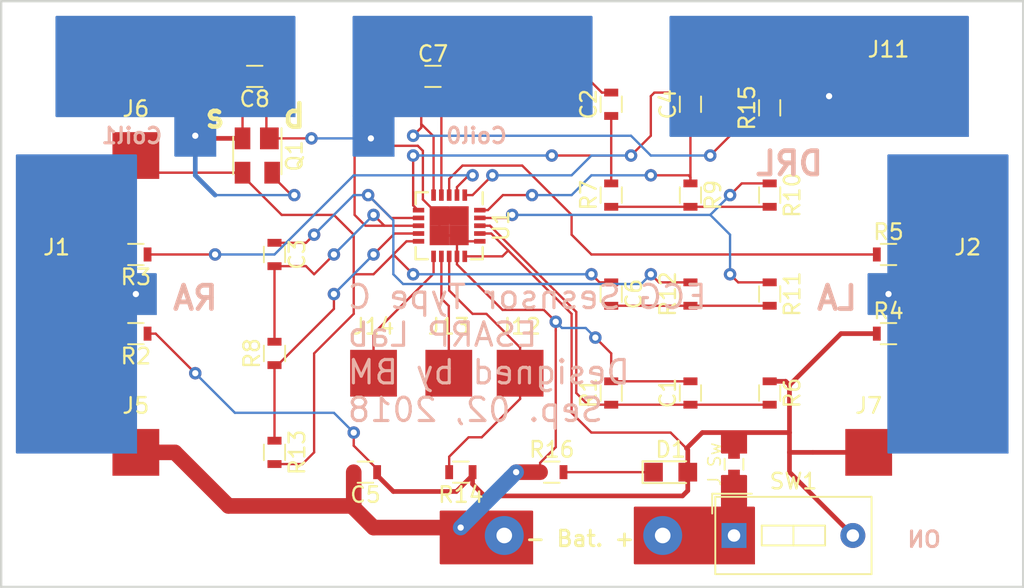
<source format=kicad_pcb>
(kicad_pcb (version 20171130) (host pcbnew "(5.0.0-rc2-dev)")

  (general
    (thickness 1.6)
    (drawings 31)
    (tracks 306)
    (zones 0)
    (modules 39)
    (nets 27)
  )

  (page USLetter)
  (layers
    (0 F.Cu signal)
    (31 B.Cu signal)
    (32 B.Adhes user hide)
    (33 F.Adhes user hide)
    (34 B.Paste user hide)
    (35 F.Paste user hide)
    (36 B.SilkS user)
    (37 F.SilkS user)
    (38 B.Mask user)
    (39 F.Mask user)
    (40 Dwgs.User user hide)
    (41 Cmts.User user hide)
    (42 Eco1.User user hide)
    (43 Eco2.User user hide)
    (44 Edge.Cuts user)
    (45 Margin user hide)
    (46 B.CrtYd user hide)
    (47 F.CrtYd user hide)
    (48 B.Fab user hide)
    (49 F.Fab user hide)
  )

  (setup
    (last_trace_width 0.15)
    (user_trace_width 0.15)
    (user_trace_width 0.3)
    (user_trace_width 1)
    (trace_clearance 0.15)
    (zone_clearance 0.508)
    (zone_45_only no)
    (trace_min 0.15)
    (segment_width 0.2)
    (edge_width 0.15)
    (via_size 0.8)
    (via_drill 0.4)
    (via_min_size 0.4)
    (via_min_drill 0.3)
    (uvia_size 0.3)
    (uvia_drill 0.1)
    (uvias_allowed no)
    (uvia_min_size 0.2)
    (uvia_min_drill 0.1)
    (pcb_text_width 0.3)
    (pcb_text_size 1.5 1.5)
    (mod_edge_width 0.15)
    (mod_text_size 1 1)
    (mod_text_width 0.15)
    (pad_size 1.524 1.524)
    (pad_drill 0.762)
    (pad_to_mask_clearance 0.2)
    (aux_axis_origin 0 0)
    (visible_elements FFFFEF7F)
    (pcbplotparams
      (layerselection 0x010f0_ffffffff)
      (usegerberextensions false)
      (usegerberattributes false)
      (usegerberadvancedattributes false)
      (creategerberjobfile false)
      (excludeedgelayer true)
      (linewidth 0.100000)
      (plotframeref false)
      (viasonmask false)
      (mode 1)
      (useauxorigin false)
      (hpglpennumber 1)
      (hpglpenspeed 20)
      (hpglpendiameter 15)
      (psnegative false)
      (psa4output false)
      (plotreference true)
      (plotvalue true)
      (plotinvisibletext false)
      (padsonsilk false)
      (subtractmaskfromsilk false)
      (outputformat 1)
      (mirror false)
      (drillshape 0)
      (scaleselection 1)
      (outputdirectory ./gerber))
  )

  (net 0 "")
  (net 1 0)
  (net 2 VDD)
  (net 3 "Net-(C1-Pad1)")
  (net 4 "Net-(C2-Pad1)")
  (net 5 "Net-(C2-Pad2)")
  (net 6 "Net-(C3-Pad1)")
  (net 7 "Net-(C4-Pad2)")
  (net 8 "Net-(C4-Pad1)")
  (net 9 "Net-(C5-Pad1)")
  (net 10 "Net-(C6-Pad2)")
  (net 11 "Net-(C6-Pad1)")
  (net 12 "Net-(C7-Pad1)")
  (net 13 "Net-(C7-Pad2)")
  (net 14 "Net-(C8-Pad2)")
  (net 15 "Net-(D1-Pad1)")
  (net 16 "Net-(J1-Pad1)")
  (net 17 "Net-(J2-Pad1)")
  (net 18 "Net-(J11-Pad1)")
  (net 19 /SDN)
  (net 20 /LO+)
  (net 21 /LO-)
  (net 22 "Net-(R3-Pad1)")
  (net 23 "Net-(R5-Pad1)")
  (net 24 "Net-(R10-Pad2)")
  (net 25 "Net-(R13-Pad1)")
  (net 26 "Net-(R10-Pad1)")

  (net_class Default "This is the default net class."
    (clearance 0.15)
    (trace_width 0.15)
    (via_dia 0.8)
    (via_drill 0.4)
    (uvia_dia 0.3)
    (uvia_drill 0.1)
    (add_net /LO+)
    (add_net /LO-)
    (add_net /SDN)
    (add_net 0)
    (add_net "Net-(C1-Pad1)")
    (add_net "Net-(C2-Pad1)")
    (add_net "Net-(C2-Pad2)")
    (add_net "Net-(C3-Pad1)")
    (add_net "Net-(C4-Pad1)")
    (add_net "Net-(C4-Pad2)")
    (add_net "Net-(C5-Pad1)")
    (add_net "Net-(C6-Pad1)")
    (add_net "Net-(C6-Pad2)")
    (add_net "Net-(C7-Pad1)")
    (add_net "Net-(C7-Pad2)")
    (add_net "Net-(C8-Pad2)")
    (add_net "Net-(D1-Pad1)")
    (add_net "Net-(J1-Pad1)")
    (add_net "Net-(J11-Pad1)")
    (add_net "Net-(J2-Pad1)")
    (add_net "Net-(R10-Pad1)")
    (add_net "Net-(R10-Pad2)")
    (add_net "Net-(R13-Pad1)")
    (add_net "Net-(R3-Pad1)")
    (add_net "Net-(R5-Pad1)")
    (add_net VDD)
  )

  (module Resistors_SMD:R_0603 (layer F.Cu) (tedit 58E0A804) (tstamp 5B8C71F7)
    (at 148.59 97.79 90)
    (descr "Resistor SMD 0603, reflow soldering, Vishay (see dcrcw.pdf)")
    (tags "resistor 0603")
    (path /5B8B0505)
    (attr smd)
    (fp_text reference C1 (at 0 -1.45 90) (layer F.SilkS)
      (effects (font (size 1 1) (thickness 0.15)))
    )
    (fp_text value .1u (at 0 1.5 90) (layer F.Fab)
      (effects (font (size 1 1) (thickness 0.15)))
    )
    (fp_text user %R (at 0 0 90) (layer F.Fab)
      (effects (font (size 0.4 0.4) (thickness 0.075)))
    )
    (fp_line (start -0.8 0.4) (end -0.8 -0.4) (layer F.Fab) (width 0.1))
    (fp_line (start 0.8 0.4) (end -0.8 0.4) (layer F.Fab) (width 0.1))
    (fp_line (start 0.8 -0.4) (end 0.8 0.4) (layer F.Fab) (width 0.1))
    (fp_line (start -0.8 -0.4) (end 0.8 -0.4) (layer F.Fab) (width 0.1))
    (fp_line (start 0.5 0.68) (end -0.5 0.68) (layer F.SilkS) (width 0.12))
    (fp_line (start -0.5 -0.68) (end 0.5 -0.68) (layer F.SilkS) (width 0.12))
    (fp_line (start -1.25 -0.7) (end 1.25 -0.7) (layer F.CrtYd) (width 0.05))
    (fp_line (start -1.25 -0.7) (end -1.25 0.7) (layer F.CrtYd) (width 0.05))
    (fp_line (start 1.25 0.7) (end 1.25 -0.7) (layer F.CrtYd) (width 0.05))
    (fp_line (start 1.25 0.7) (end -1.25 0.7) (layer F.CrtYd) (width 0.05))
    (pad 1 smd rect (at -0.75 0 90) (size 0.5 0.9) (layers F.Cu F.Paste F.Mask)
      (net 3 "Net-(C1-Pad1)"))
    (pad 2 smd rect (at 0.75 0 90) (size 0.5 0.9) (layers F.Cu F.Paste F.Mask)
      (net 1 0))
    (model ${KISYS3DMOD}/Resistors_SMD.3dshapes/R_0603.wrl
      (at (xyz 0 0 0))
      (scale (xyz 1 1 1))
      (rotate (xyz 0 0 0))
    )
  )

  (module Resistors_SMD:R_0603 (layer F.Cu) (tedit 58E0A804) (tstamp 5B8C7208)
    (at 143.51 79.26 90)
    (descr "Resistor SMD 0603, reflow soldering, Vishay (see dcrcw.pdf)")
    (tags "resistor 0603")
    (path /5B89F4FF)
    (attr smd)
    (fp_text reference C2 (at 0 -1.45 90) (layer F.SilkS)
      (effects (font (size 1 1) (thickness 0.15)))
    )
    (fp_text value .33u (at 0 1.5 90) (layer F.Fab)
      (effects (font (size 1 1) (thickness 0.15)))
    )
    (fp_text user %R (at 0 0 90) (layer F.Fab)
      (effects (font (size 0.4 0.4) (thickness 0.075)))
    )
    (fp_line (start -0.8 0.4) (end -0.8 -0.4) (layer F.Fab) (width 0.1))
    (fp_line (start 0.8 0.4) (end -0.8 0.4) (layer F.Fab) (width 0.1))
    (fp_line (start 0.8 -0.4) (end 0.8 0.4) (layer F.Fab) (width 0.1))
    (fp_line (start -0.8 -0.4) (end 0.8 -0.4) (layer F.Fab) (width 0.1))
    (fp_line (start 0.5 0.68) (end -0.5 0.68) (layer F.SilkS) (width 0.12))
    (fp_line (start -0.5 -0.68) (end 0.5 -0.68) (layer F.SilkS) (width 0.12))
    (fp_line (start -1.25 -0.7) (end 1.25 -0.7) (layer F.CrtYd) (width 0.05))
    (fp_line (start -1.25 -0.7) (end -1.25 0.7) (layer F.CrtYd) (width 0.05))
    (fp_line (start 1.25 0.7) (end 1.25 -0.7) (layer F.CrtYd) (width 0.05))
    (fp_line (start 1.25 0.7) (end -1.25 0.7) (layer F.CrtYd) (width 0.05))
    (pad 1 smd rect (at -0.75 0 90) (size 0.5 0.9) (layers F.Cu F.Paste F.Mask)
      (net 4 "Net-(C2-Pad1)"))
    (pad 2 smd rect (at 0.75 0 90) (size 0.5 0.9) (layers F.Cu F.Paste F.Mask)
      (net 5 "Net-(C2-Pad2)"))
    (model ${KISYS3DMOD}/Resistors_SMD.3dshapes/R_0603.wrl
      (at (xyz 0 0 0))
      (scale (xyz 1 1 1))
      (rotate (xyz 0 0 0))
    )
  )

  (module Resistors_SMD:R_0603 (layer F.Cu) (tedit 58E0A804) (tstamp 5B8C7219)
    (at 121.92 88.9 270)
    (descr "Resistor SMD 0603, reflow soldering, Vishay (see dcrcw.pdf)")
    (tags "resistor 0603")
    (path /5B89E6AF)
    (attr smd)
    (fp_text reference C3 (at 0 -1.45 270) (layer F.SilkS)
      (effects (font (size 1 1) (thickness 0.15)))
    )
    (fp_text value 10n (at 0 1.5 270) (layer F.Fab)
      (effects (font (size 1 1) (thickness 0.15)))
    )
    (fp_text user %R (at 0 0 270) (layer F.Fab)
      (effects (font (size 0.4 0.4) (thickness 0.075)))
    )
    (fp_line (start -0.8 0.4) (end -0.8 -0.4) (layer F.Fab) (width 0.1))
    (fp_line (start 0.8 0.4) (end -0.8 0.4) (layer F.Fab) (width 0.1))
    (fp_line (start 0.8 -0.4) (end 0.8 0.4) (layer F.Fab) (width 0.1))
    (fp_line (start -0.8 -0.4) (end 0.8 -0.4) (layer F.Fab) (width 0.1))
    (fp_line (start 0.5 0.68) (end -0.5 0.68) (layer F.SilkS) (width 0.12))
    (fp_line (start -0.5 -0.68) (end 0.5 -0.68) (layer F.SilkS) (width 0.12))
    (fp_line (start -1.25 -0.7) (end 1.25 -0.7) (layer F.CrtYd) (width 0.05))
    (fp_line (start -1.25 -0.7) (end -1.25 0.7) (layer F.CrtYd) (width 0.05))
    (fp_line (start 1.25 0.7) (end 1.25 -0.7) (layer F.CrtYd) (width 0.05))
    (fp_line (start 1.25 0.7) (end -1.25 0.7) (layer F.CrtYd) (width 0.05))
    (pad 1 smd rect (at -0.75 0 270) (size 0.5 0.9) (layers F.Cu F.Paste F.Mask)
      (net 6 "Net-(C3-Pad1)"))
    (pad 2 smd rect (at 0.75 0 270) (size 0.5 0.9) (layers F.Cu F.Paste F.Mask)
      (net 5 "Net-(C2-Pad2)"))
    (model ${KISYS3DMOD}/Resistors_SMD.3dshapes/R_0603.wrl
      (at (xyz 0 0 0))
      (scale (xyz 1 1 1))
      (rotate (xyz 0 0 0))
    )
  )

  (module Resistors_SMD:R_0603 (layer F.Cu) (tedit 58E0A804) (tstamp 5B8C722A)
    (at 148.59 79.26 90)
    (descr "Resistor SMD 0603, reflow soldering, Vishay (see dcrcw.pdf)")
    (tags "resistor 0603")
    (path /5B89E645)
    (attr smd)
    (fp_text reference C4 (at 0 -1.45 90) (layer F.SilkS)
      (effects (font (size 1 1) (thickness 0.15)))
    )
    (fp_text value .33u (at 0 1.5 90) (layer F.Fab)
      (effects (font (size 1 1) (thickness 0.15)))
    )
    (fp_line (start 1.25 0.7) (end -1.25 0.7) (layer F.CrtYd) (width 0.05))
    (fp_line (start 1.25 0.7) (end 1.25 -0.7) (layer F.CrtYd) (width 0.05))
    (fp_line (start -1.25 -0.7) (end -1.25 0.7) (layer F.CrtYd) (width 0.05))
    (fp_line (start -1.25 -0.7) (end 1.25 -0.7) (layer F.CrtYd) (width 0.05))
    (fp_line (start -0.5 -0.68) (end 0.5 -0.68) (layer F.SilkS) (width 0.12))
    (fp_line (start 0.5 0.68) (end -0.5 0.68) (layer F.SilkS) (width 0.12))
    (fp_line (start -0.8 -0.4) (end 0.8 -0.4) (layer F.Fab) (width 0.1))
    (fp_line (start 0.8 -0.4) (end 0.8 0.4) (layer F.Fab) (width 0.1))
    (fp_line (start 0.8 0.4) (end -0.8 0.4) (layer F.Fab) (width 0.1))
    (fp_line (start -0.8 0.4) (end -0.8 -0.4) (layer F.Fab) (width 0.1))
    (fp_text user %R (at 0 0 90) (layer F.Fab)
      (effects (font (size 0.4 0.4) (thickness 0.075)))
    )
    (pad 2 smd rect (at 0.75 0 90) (size 0.5 0.9) (layers F.Cu F.Paste F.Mask)
      (net 7 "Net-(C4-Pad2)"))
    (pad 1 smd rect (at -0.75 0 90) (size 0.5 0.9) (layers F.Cu F.Paste F.Mask)
      (net 8 "Net-(C4-Pad1)"))
    (model ${KISYS3DMOD}/Resistors_SMD.3dshapes/R_0603.wrl
      (at (xyz 0 0 0))
      (scale (xyz 1 1 1))
      (rotate (xyz 0 0 0))
    )
  )

  (module Resistors_SMD:R_0603 (layer F.Cu) (tedit 58E0A804) (tstamp 5B8C723B)
    (at 127.75 102.87 180)
    (descr "Resistor SMD 0603, reflow soldering, Vishay (see dcrcw.pdf)")
    (tags "resistor 0603")
    (path /5B8AE389)
    (attr smd)
    (fp_text reference C5 (at 0 -1.45 180) (layer F.SilkS)
      (effects (font (size 1 1) (thickness 0.15)))
    )
    (fp_text value .1u (at 0 1.5 180) (layer F.Fab)
      (effects (font (size 1 1) (thickness 0.15)))
    )
    (fp_line (start 1.25 0.7) (end -1.25 0.7) (layer F.CrtYd) (width 0.05))
    (fp_line (start 1.25 0.7) (end 1.25 -0.7) (layer F.CrtYd) (width 0.05))
    (fp_line (start -1.25 -0.7) (end -1.25 0.7) (layer F.CrtYd) (width 0.05))
    (fp_line (start -1.25 -0.7) (end 1.25 -0.7) (layer F.CrtYd) (width 0.05))
    (fp_line (start -0.5 -0.68) (end 0.5 -0.68) (layer F.SilkS) (width 0.12))
    (fp_line (start 0.5 0.68) (end -0.5 0.68) (layer F.SilkS) (width 0.12))
    (fp_line (start -0.8 -0.4) (end 0.8 -0.4) (layer F.Fab) (width 0.1))
    (fp_line (start 0.8 -0.4) (end 0.8 0.4) (layer F.Fab) (width 0.1))
    (fp_line (start 0.8 0.4) (end -0.8 0.4) (layer F.Fab) (width 0.1))
    (fp_line (start -0.8 0.4) (end -0.8 -0.4) (layer F.Fab) (width 0.1))
    (fp_text user %R (at 0 0 180) (layer F.Fab)
      (effects (font (size 0.4 0.4) (thickness 0.075)))
    )
    (pad 2 smd rect (at 0.75 0 180) (size 0.5 0.9) (layers F.Cu F.Paste F.Mask)
      (net 1 0))
    (pad 1 smd rect (at -0.75 0 180) (size 0.5 0.9) (layers F.Cu F.Paste F.Mask)
      (net 9 "Net-(C5-Pad1)"))
    (model ${KISYS3DMOD}/Resistors_SMD.3dshapes/R_0603.wrl
      (at (xyz 0 0 0))
      (scale (xyz 1 1 1))
      (rotate (xyz 0 0 0))
    )
  )

  (module Resistors_SMD:R_0603 (layer F.Cu) (tedit 58E0A804) (tstamp 5B8C724C)
    (at 143.51 91.44 270)
    (descr "Resistor SMD 0603, reflow soldering, Vishay (see dcrcw.pdf)")
    (tags "resistor 0603")
    (path /5B8A2CDB)
    (attr smd)
    (fp_text reference C6 (at 0 -1.45 270) (layer F.SilkS)
      (effects (font (size 1 1) (thickness 0.15)))
    )
    (fp_text value .5n (at 0 1.5 270) (layer F.Fab)
      (effects (font (size 1 1) (thickness 0.15)))
    )
    (fp_line (start 1.25 0.7) (end -1.25 0.7) (layer F.CrtYd) (width 0.05))
    (fp_line (start 1.25 0.7) (end 1.25 -0.7) (layer F.CrtYd) (width 0.05))
    (fp_line (start -1.25 -0.7) (end -1.25 0.7) (layer F.CrtYd) (width 0.05))
    (fp_line (start -1.25 -0.7) (end 1.25 -0.7) (layer F.CrtYd) (width 0.05))
    (fp_line (start -0.5 -0.68) (end 0.5 -0.68) (layer F.SilkS) (width 0.12))
    (fp_line (start 0.5 0.68) (end -0.5 0.68) (layer F.SilkS) (width 0.12))
    (fp_line (start -0.8 -0.4) (end 0.8 -0.4) (layer F.Fab) (width 0.1))
    (fp_line (start 0.8 -0.4) (end 0.8 0.4) (layer F.Fab) (width 0.1))
    (fp_line (start 0.8 0.4) (end -0.8 0.4) (layer F.Fab) (width 0.1))
    (fp_line (start -0.8 0.4) (end -0.8 -0.4) (layer F.Fab) (width 0.1))
    (fp_text user %R (at 0 0 270) (layer F.Fab)
      (effects (font (size 0.4 0.4) (thickness 0.075)))
    )
    (pad 2 smd rect (at 0.75 0 270) (size 0.5 0.9) (layers F.Cu F.Paste F.Mask)
      (net 10 "Net-(C6-Pad2)"))
    (pad 1 smd rect (at -0.75 0 270) (size 0.5 0.9) (layers F.Cu F.Paste F.Mask)
      (net 11 "Net-(C6-Pad1)"))
    (model ${KISYS3DMOD}/Resistors_SMD.3dshapes/R_0603.wrl
      (at (xyz 0 0 0))
      (scale (xyz 1 1 1))
      (rotate (xyz 0 0 0))
    )
  )

  (module Resistors_SMD:R_0603 (layer F.Cu) (tedit 58E0A804) (tstamp 5B8C725D)
    (at 132.08 77.47)
    (descr "Resistor SMD 0603, reflow soldering, Vishay (see dcrcw.pdf)")
    (tags "resistor 0603")
    (path /5B8F220D)
    (attr smd)
    (fp_text reference C7 (at 0 -1.45) (layer F.SilkS)
      (effects (font (size 1 1) (thickness 0.15)))
    )
    (fp_text value 1n (at 0 1.5) (layer F.Fab)
      (effects (font (size 1 1) (thickness 0.15)))
    )
    (fp_text user %R (at 0 0) (layer F.Fab)
      (effects (font (size 0.4 0.4) (thickness 0.075)))
    )
    (fp_line (start -0.8 0.4) (end -0.8 -0.4) (layer F.Fab) (width 0.1))
    (fp_line (start 0.8 0.4) (end -0.8 0.4) (layer F.Fab) (width 0.1))
    (fp_line (start 0.8 -0.4) (end 0.8 0.4) (layer F.Fab) (width 0.1))
    (fp_line (start -0.8 -0.4) (end 0.8 -0.4) (layer F.Fab) (width 0.1))
    (fp_line (start 0.5 0.68) (end -0.5 0.68) (layer F.SilkS) (width 0.12))
    (fp_line (start -0.5 -0.68) (end 0.5 -0.68) (layer F.SilkS) (width 0.12))
    (fp_line (start -1.25 -0.7) (end 1.25 -0.7) (layer F.CrtYd) (width 0.05))
    (fp_line (start -1.25 -0.7) (end -1.25 0.7) (layer F.CrtYd) (width 0.05))
    (fp_line (start 1.25 0.7) (end 1.25 -0.7) (layer F.CrtYd) (width 0.05))
    (fp_line (start 1.25 0.7) (end -1.25 0.7) (layer F.CrtYd) (width 0.05))
    (pad 1 smd rect (at -0.75 0) (size 0.5 0.9) (layers F.Cu F.Paste F.Mask)
      (net 12 "Net-(C7-Pad1)"))
    (pad 2 smd rect (at 0.75 0) (size 0.5 0.9) (layers F.Cu F.Paste F.Mask)
      (net 13 "Net-(C7-Pad2)"))
    (model ${KISYS3DMOD}/Resistors_SMD.3dshapes/R_0603.wrl
      (at (xyz 0 0 0))
      (scale (xyz 1 1 1))
      (rotate (xyz 0 0 0))
    )
  )

  (module Resistors_SMD:R_0603 (layer F.Cu) (tedit 58E0A804) (tstamp 5B8C726E)
    (at 120.65 77.47 180)
    (descr "Resistor SMD 0603, reflow soldering, Vishay (see dcrcw.pdf)")
    (tags "resistor 0603")
    (path /5B9174C9)
    (attr smd)
    (fp_text reference C8 (at 0 -1.45 180) (layer F.SilkS)
      (effects (font (size 1 1) (thickness 0.15)))
    )
    (fp_text value 200p (at 0 1.5 180) (layer F.Fab)
      (effects (font (size 1 1) (thickness 0.15)))
    )
    (fp_text user %R (at 0 0 180) (layer F.Fab)
      (effects (font (size 0.4 0.4) (thickness 0.075)))
    )
    (fp_line (start -0.8 0.4) (end -0.8 -0.4) (layer F.Fab) (width 0.1))
    (fp_line (start 0.8 0.4) (end -0.8 0.4) (layer F.Fab) (width 0.1))
    (fp_line (start 0.8 -0.4) (end 0.8 0.4) (layer F.Fab) (width 0.1))
    (fp_line (start -0.8 -0.4) (end 0.8 -0.4) (layer F.Fab) (width 0.1))
    (fp_line (start 0.5 0.68) (end -0.5 0.68) (layer F.SilkS) (width 0.12))
    (fp_line (start -0.5 -0.68) (end 0.5 -0.68) (layer F.SilkS) (width 0.12))
    (fp_line (start -1.25 -0.7) (end 1.25 -0.7) (layer F.CrtYd) (width 0.05))
    (fp_line (start -1.25 -0.7) (end -1.25 0.7) (layer F.CrtYd) (width 0.05))
    (fp_line (start 1.25 0.7) (end 1.25 -0.7) (layer F.CrtYd) (width 0.05))
    (fp_line (start 1.25 0.7) (end -1.25 0.7) (layer F.CrtYd) (width 0.05))
    (pad 1 smd rect (at -0.75 0 180) (size 0.5 0.9) (layers F.Cu F.Paste F.Mask)
      (net 1 0))
    (pad 2 smd rect (at 0.75 0 180) (size 0.5 0.9) (layers F.Cu F.Paste F.Mask)
      (net 14 "Net-(C8-Pad2)"))
    (model ${KISYS3DMOD}/Resistors_SMD.3dshapes/R_0603.wrl
      (at (xyz 0 0 0))
      (scale (xyz 1 1 1))
      (rotate (xyz 0 0 0))
    )
  )

  (module LEDs:LED_0805 (layer F.Cu) (tedit 59959803) (tstamp 5B8C7284)
    (at 147.32 102.87)
    (descr "LED 0805 smd package")
    (tags "LED led 0805 SMD smd SMT smt smdled SMDLED smtled SMTLED")
    (path /5B962398)
    (attr smd)
    (fp_text reference D1 (at 0 -1.45) (layer F.SilkS)
      (effects (font (size 1 1) (thickness 0.15)))
    )
    (fp_text value LED_ALT (at 0 1.55) (layer F.Fab)
      (effects (font (size 1 1) (thickness 0.15)))
    )
    (fp_text user %R (at 0 -1.25) (layer F.Fab)
      (effects (font (size 0.4 0.4) (thickness 0.1)))
    )
    (fp_line (start -1.95 -0.85) (end 1.95 -0.85) (layer F.CrtYd) (width 0.05))
    (fp_line (start -1.95 0.85) (end -1.95 -0.85) (layer F.CrtYd) (width 0.05))
    (fp_line (start 1.95 0.85) (end -1.95 0.85) (layer F.CrtYd) (width 0.05))
    (fp_line (start 1.95 -0.85) (end 1.95 0.85) (layer F.CrtYd) (width 0.05))
    (fp_line (start -1.8 -0.7) (end 1 -0.7) (layer F.SilkS) (width 0.12))
    (fp_line (start -1.8 0.7) (end 1 0.7) (layer F.SilkS) (width 0.12))
    (fp_line (start -1 0.6) (end -1 -0.6) (layer F.Fab) (width 0.1))
    (fp_line (start -1 -0.6) (end 1 -0.6) (layer F.Fab) (width 0.1))
    (fp_line (start 1 -0.6) (end 1 0.6) (layer F.Fab) (width 0.1))
    (fp_line (start 1 0.6) (end -1 0.6) (layer F.Fab) (width 0.1))
    (fp_line (start 0.2 -0.4) (end 0.2 0.4) (layer F.Fab) (width 0.1))
    (fp_line (start 0.2 0.4) (end -0.4 0) (layer F.Fab) (width 0.1))
    (fp_line (start -0.4 0) (end 0.2 -0.4) (layer F.Fab) (width 0.1))
    (fp_line (start -0.4 -0.4) (end -0.4 0.4) (layer F.Fab) (width 0.1))
    (fp_line (start -1.8 -0.7) (end -1.8 0.7) (layer F.SilkS) (width 0.12))
    (pad 1 smd rect (at -1.1 0 180) (size 1.2 1.2) (layers F.Cu F.Paste F.Mask)
      (net 15 "Net-(D1-Pad1)"))
    (pad 2 smd rect (at 1.1 0 180) (size 1.2 1.2) (layers F.Cu F.Paste F.Mask)
      (net 9 "Net-(C5-Pad1)"))
    (model ${KISYS3DMOD}/LEDs.3dshapes/LED_0805.wrl
      (at (xyz 0 0 0))
      (scale (xyz 1 1 1))
      (rotate (xyz 0 0 180))
    )
  )

  (module Measurement_Points:Measurement_Point_Square-SMD-Pad_Big (layer F.Cu) (tedit 56C35FC6) (tstamp 5B8C728D)
    (at 107.95 91.44)
    (descr "Mesurement Point, Square, SMD Pad,  3mm x 3mm,")
    (tags "Mesurement Point Square SMD Pad 3x3mm")
    (path /5B9F0A6B)
    (attr virtual)
    (fp_text reference J1 (at 0 -3) (layer F.SilkS)
      (effects (font (size 1 1) (thickness 0.15)))
    )
    (fp_text value L (at 0 3) (layer F.Fab)
      (effects (font (size 1 1) (thickness 0.15)))
    )
    (fp_line (start -1.75 1.75) (end -1.75 -1.75) (layer F.CrtYd) (width 0.05))
    (fp_line (start 1.75 1.75) (end -1.75 1.75) (layer F.CrtYd) (width 0.05))
    (fp_line (start 1.75 -1.75) (end 1.75 1.75) (layer F.CrtYd) (width 0.05))
    (fp_line (start -1.75 -1.75) (end 1.75 -1.75) (layer F.CrtYd) (width 0.05))
    (pad 1 smd rect (at 0 0) (size 3 3) (layers F.Cu F.Mask)
      (net 16 "Net-(J1-Pad1)"))
  )

  (module Measurement_Points:Measurement_Point_Square-SMD-Pad_Big (layer F.Cu) (tedit 56C35FC6) (tstamp 5B8C7296)
    (at 166.37 91.44)
    (descr "Mesurement Point, Square, SMD Pad,  3mm x 3mm,")
    (tags "Mesurement Point Square SMD Pad 3x3mm")
    (path /5B9F0B9D)
    (attr virtual)
    (fp_text reference J2 (at 0 -3) (layer F.SilkS)
      (effects (font (size 1 1) (thickness 0.15)))
    )
    (fp_text value R (at 0 3) (layer F.Fab)
      (effects (font (size 1 1) (thickness 0.15)))
    )
    (fp_line (start -1.75 -1.75) (end 1.75 -1.75) (layer F.CrtYd) (width 0.05))
    (fp_line (start 1.75 -1.75) (end 1.75 1.75) (layer F.CrtYd) (width 0.05))
    (fp_line (start 1.75 1.75) (end -1.75 1.75) (layer F.CrtYd) (width 0.05))
    (fp_line (start -1.75 1.75) (end -1.75 -1.75) (layer F.CrtYd) (width 0.05))
    (pad 1 smd rect (at 0 0) (size 3 3) (layers F.Cu F.Mask)
      (net 17 "Net-(J2-Pad1)"))
  )

  (module Measurement_Points:Measurement_Point_Square-SMD-Pad_Big (layer F.Cu) (tedit 56C35FC6) (tstamp 5B8C729F)
    (at 113.03 101.6)
    (descr "Mesurement Point, Square, SMD Pad,  3mm x 3mm,")
    (tags "Mesurement Point Square SMD Pad 3x3mm")
    (path /5B9E3868)
    (attr virtual)
    (fp_text reference J5 (at 0 -3) (layer F.SilkS)
      (effects (font (size 1 1) (thickness 0.15)))
    )
    (fp_text value Gnd (at 0 3) (layer F.Fab)
      (effects (font (size 1 1) (thickness 0.15)))
    )
    (fp_line (start -1.75 -1.75) (end 1.75 -1.75) (layer F.CrtYd) (width 0.05))
    (fp_line (start 1.75 -1.75) (end 1.75 1.75) (layer F.CrtYd) (width 0.05))
    (fp_line (start 1.75 1.75) (end -1.75 1.75) (layer F.CrtYd) (width 0.05))
    (fp_line (start -1.75 1.75) (end -1.75 -1.75) (layer F.CrtYd) (width 0.05))
    (pad 1 smd rect (at 0 0) (size 3 3) (layers F.Cu F.Mask)
      (net 1 0))
  )

  (module Measurement_Points:Measurement_Point_Square-SMD-Pad_Big (layer F.Cu) (tedit 56C35FC6) (tstamp 5B8C72A8)
    (at 113.03 82.55)
    (descr "Mesurement Point, Square, SMD Pad,  3mm x 3mm,")
    (tags "Mesurement Point Square SMD Pad 3x3mm")
    (path /5B9EC155)
    (attr virtual)
    (fp_text reference J6 (at 0 -3) (layer F.SilkS)
      (effects (font (size 1 1) (thickness 0.15)))
    )
    (fp_text value Out (at 0 3) (layer F.Fab)
      (effects (font (size 1 1) (thickness 0.15)))
    )
    (fp_line (start -1.75 -1.75) (end 1.75 -1.75) (layer F.CrtYd) (width 0.05))
    (fp_line (start 1.75 -1.75) (end 1.75 1.75) (layer F.CrtYd) (width 0.05))
    (fp_line (start 1.75 1.75) (end -1.75 1.75) (layer F.CrtYd) (width 0.05))
    (fp_line (start -1.75 1.75) (end -1.75 -1.75) (layer F.CrtYd) (width 0.05))
    (pad 1 smd rect (at 0 0) (size 3 3) (layers F.Cu F.Mask)
      (net 11 "Net-(C6-Pad1)"))
  )

  (module Measurement_Points:Measurement_Point_Square-SMD-Pad_Big (layer F.Cu) (tedit 56C35FC6) (tstamp 5B8C72B1)
    (at 160.02 101.6)
    (descr "Mesurement Point, Square, SMD Pad,  3mm x 3mm,")
    (tags "Mesurement Point Square SMD Pad 3x3mm")
    (path /5B9E7B5A)
    (attr virtual)
    (fp_text reference J7 (at 0 -3) (layer F.SilkS)
      (effects (font (size 1 1) (thickness 0.15)))
    )
    (fp_text value Vdd (at 0 3) (layer F.Fab)
      (effects (font (size 1 1) (thickness 0.15)))
    )
    (fp_line (start -1.75 1.75) (end -1.75 -1.75) (layer F.CrtYd) (width 0.05))
    (fp_line (start 1.75 1.75) (end -1.75 1.75) (layer F.CrtYd) (width 0.05))
    (fp_line (start 1.75 -1.75) (end 1.75 1.75) (layer F.CrtYd) (width 0.05))
    (fp_line (start -1.75 -1.75) (end 1.75 -1.75) (layer F.CrtYd) (width 0.05))
    (pad 1 smd rect (at 0 0) (size 3 3) (layers F.Cu F.Mask)
      (net 9 "Net-(C5-Pad1)"))
  )

  (module Measurement_Points:Measurement_Point_Square-SMD-Pad_Big (layer F.Cu) (tedit 56C35FC6) (tstamp 5B8C72BA)
    (at 161.29 78.74)
    (descr "Mesurement Point, Square, SMD Pad,  3mm x 3mm,")
    (tags "Mesurement Point Square SMD Pad 3x3mm")
    (path /5B9FAE47)
    (attr virtual)
    (fp_text reference J11 (at 0 -3) (layer F.SilkS)
      (effects (font (size 1 1) (thickness 0.15)))
    )
    (fp_text value D (at 0 3) (layer F.Fab)
      (effects (font (size 1 1) (thickness 0.15)))
    )
    (fp_line (start -1.75 1.75) (end -1.75 -1.75) (layer F.CrtYd) (width 0.05))
    (fp_line (start 1.75 1.75) (end -1.75 1.75) (layer F.CrtYd) (width 0.05))
    (fp_line (start 1.75 -1.75) (end 1.75 1.75) (layer F.CrtYd) (width 0.05))
    (fp_line (start -1.75 -1.75) (end 1.75 -1.75) (layer F.CrtYd) (width 0.05))
    (pad 1 smd rect (at 0 0) (size 3 3) (layers F.Cu F.Mask)
      (net 18 "Net-(J11-Pad1)"))
  )

  (module Measurement_Points:Measurement_Point_Square-SMD-Pad_Big (layer F.Cu) (tedit 56C35FC6) (tstamp 5B8C72C3)
    (at 137.668 96.52)
    (descr "Mesurement Point, Square, SMD Pad,  3mm x 3mm,")
    (tags "Mesurement Point Square SMD Pad 3x3mm")
    (path /5BA10295)
    (attr virtual)
    (fp_text reference J12 (at 0 -3) (layer F.SilkS)
      (effects (font (size 1 1) (thickness 0.15)))
    )
    (fp_text value SDN (at 0 3) (layer F.Fab)
      (effects (font (size 1 1) (thickness 0.15)))
    )
    (fp_line (start -1.75 -1.75) (end 1.75 -1.75) (layer F.CrtYd) (width 0.05))
    (fp_line (start 1.75 -1.75) (end 1.75 1.75) (layer F.CrtYd) (width 0.05))
    (fp_line (start 1.75 1.75) (end -1.75 1.75) (layer F.CrtYd) (width 0.05))
    (fp_line (start -1.75 1.75) (end -1.75 -1.75) (layer F.CrtYd) (width 0.05))
    (pad 1 smd rect (at 0 0) (size 3 3) (layers F.Cu F.Mask)
      (net 19 /SDN))
  )

  (module Measurement_Points:Measurement_Point_Square-SMD-Pad_Big (layer F.Cu) (tedit 56C35FC6) (tstamp 5B8C72CC)
    (at 133.096 96.52)
    (descr "Mesurement Point, Square, SMD Pad,  3mm x 3mm,")
    (tags "Mesurement Point Square SMD Pad 3x3mm")
    (path /5BA10374)
    (attr virtual)
    (fp_text reference J13 (at 0 -3) (layer F.SilkS)
      (effects (font (size 1 1) (thickness 0.15)))
    )
    (fp_text value LO+ (at 0 3) (layer F.Fab)
      (effects (font (size 1 1) (thickness 0.15)))
    )
    (fp_line (start -1.75 1.75) (end -1.75 -1.75) (layer F.CrtYd) (width 0.05))
    (fp_line (start 1.75 1.75) (end -1.75 1.75) (layer F.CrtYd) (width 0.05))
    (fp_line (start 1.75 -1.75) (end 1.75 1.75) (layer F.CrtYd) (width 0.05))
    (fp_line (start -1.75 -1.75) (end 1.75 -1.75) (layer F.CrtYd) (width 0.05))
    (pad 1 smd rect (at 0 0) (size 3 3) (layers F.Cu F.Mask)
      (net 20 /LO+))
  )

  (module Measurement_Points:Measurement_Point_Square-SMD-Pad_Big (layer F.Cu) (tedit 56C35FC6) (tstamp 5B8C72D5)
    (at 128.27 96.52)
    (descr "Mesurement Point, Square, SMD Pad,  3mm x 3mm,")
    (tags "Mesurement Point Square SMD Pad 3x3mm")
    (path /5BA104DA)
    (attr virtual)
    (fp_text reference J14 (at 0 -3) (layer F.SilkS)
      (effects (font (size 1 1) (thickness 0.15)))
    )
    (fp_text value LO- (at 0 3) (layer F.Fab)
      (effects (font (size 1 1) (thickness 0.15)))
    )
    (fp_line (start -1.75 1.75) (end -1.75 -1.75) (layer F.CrtYd) (width 0.05))
    (fp_line (start 1.75 1.75) (end -1.75 1.75) (layer F.CrtYd) (width 0.05))
    (fp_line (start 1.75 -1.75) (end 1.75 1.75) (layer F.CrtYd) (width 0.05))
    (fp_line (start -1.75 -1.75) (end 1.75 -1.75) (layer F.CrtYd) (width 0.05))
    (pad 1 smd rect (at 0 0) (size 3 3) (layers F.Cu F.Mask)
      (net 21 /LO-))
  )

  (module TO_SOT_Packages_SMD:SOT-143 (layer F.Cu) (tedit 58CE4E7E) (tstamp 5B8C72E9)
    (at 120.82 82.55 270)
    (descr SOT-143)
    (tags SOT-143)
    (path /5B8F66D9)
    (attr smd)
    (fp_text reference Q1 (at 0.02 -2.38 270) (layer F.SilkS)
      (effects (font (size 1 1) (thickness 0.15)))
    )
    (fp_text value 3SK263 (at -0.28 2.48 270) (layer F.Fab)
      (effects (font (size 1 1) (thickness 0.15)))
    )
    (fp_line (start -2.05 1.75) (end -2.05 -1.75) (layer F.CrtYd) (width 0.05))
    (fp_line (start -2.05 1.75) (end 2.05 1.75) (layer F.CrtYd) (width 0.05))
    (fp_line (start 2.05 -1.75) (end -2.05 -1.75) (layer F.CrtYd) (width 0.05))
    (fp_line (start 2.05 -1.75) (end 2.05 1.75) (layer F.CrtYd) (width 0.05))
    (fp_line (start 1.2 -1.5) (end 1.2 1.5) (layer F.Fab) (width 0.1))
    (fp_line (start 1.2 1.5) (end -1.2 1.5) (layer F.Fab) (width 0.1))
    (fp_line (start -1.2 1.5) (end -1.2 -1) (layer F.Fab) (width 0.1))
    (fp_line (start -0.7 -1.5) (end 1.2 -1.5) (layer F.Fab) (width 0.1))
    (fp_line (start -1.2 -1) (end -0.7 -1.5) (layer F.Fab) (width 0.1))
    (fp_line (start 1.2 -1.55) (end -1.75 -1.55) (layer F.SilkS) (width 0.12))
    (fp_line (start -1.2 1.55) (end 1.2 1.55) (layer F.SilkS) (width 0.12))
    (fp_text user %R (at 0 0) (layer F.Fab)
      (effects (font (size 0.5 0.5) (thickness 0.075)))
    )
    (pad 4 smd rect (at 1.1 -0.95 180) (size 1 1.4) (layers F.Cu F.Paste F.Mask)
      (net 14 "Net-(C8-Pad2)"))
    (pad 3 smd rect (at 1.1 0.95 180) (size 1 1.4) (layers F.Cu F.Paste F.Mask)
      (net 11 "Net-(C6-Pad1)"))
    (pad 2 smd rect (at -1.1 0.95 180) (size 1 1.4) (layers F.Cu F.Paste F.Mask)
      (net 14 "Net-(C8-Pad2)"))
    (pad 1 smd rect (at -1.1 -0.77 180) (size 1.2 1.4) (layers F.Cu F.Paste F.Mask)
      (net 1 0))
    (model ${KISYS3DMOD}/TO_SOT_Packages_SMD.3dshapes/SOT-143.wrl
      (at (xyz 0 0 0))
      (scale (xyz 1 1 1))
      (rotate (xyz 0 0 0))
    )
  )

  (module Resistors_SMD:R_0603 (layer F.Cu) (tedit 58E0A804) (tstamp 5B8C72FA)
    (at 143.51 97.79 90)
    (descr "Resistor SMD 0603, reflow soldering, Vishay (see dcrcw.pdf)")
    (tags "resistor 0603")
    (path /5B8B05A0)
    (attr smd)
    (fp_text reference R1 (at 0 -1.45 90) (layer F.SilkS)
      (effects (font (size 1 1) (thickness 0.15)))
    )
    (fp_text value 10M (at 0 1.5 90) (layer F.Fab)
      (effects (font (size 1 1) (thickness 0.15)))
    )
    (fp_line (start 1.25 0.7) (end -1.25 0.7) (layer F.CrtYd) (width 0.05))
    (fp_line (start 1.25 0.7) (end 1.25 -0.7) (layer F.CrtYd) (width 0.05))
    (fp_line (start -1.25 -0.7) (end -1.25 0.7) (layer F.CrtYd) (width 0.05))
    (fp_line (start -1.25 -0.7) (end 1.25 -0.7) (layer F.CrtYd) (width 0.05))
    (fp_line (start -0.5 -0.68) (end 0.5 -0.68) (layer F.SilkS) (width 0.12))
    (fp_line (start 0.5 0.68) (end -0.5 0.68) (layer F.SilkS) (width 0.12))
    (fp_line (start -0.8 -0.4) (end 0.8 -0.4) (layer F.Fab) (width 0.1))
    (fp_line (start 0.8 -0.4) (end 0.8 0.4) (layer F.Fab) (width 0.1))
    (fp_line (start 0.8 0.4) (end -0.8 0.4) (layer F.Fab) (width 0.1))
    (fp_line (start -0.8 0.4) (end -0.8 -0.4) (layer F.Fab) (width 0.1))
    (fp_text user %R (at 0 0 90) (layer F.Fab)
      (effects (font (size 0.4 0.4) (thickness 0.075)))
    )
    (pad 2 smd rect (at 0.75 0 90) (size 0.5 0.9) (layers F.Cu F.Paste F.Mask)
      (net 1 0))
    (pad 1 smd rect (at -0.75 0 90) (size 0.5 0.9) (layers F.Cu F.Paste F.Mask)
      (net 3 "Net-(C1-Pad1)"))
    (model ${KISYS3DMOD}/Resistors_SMD.3dshapes/R_0603.wrl
      (at (xyz 0 0 0))
      (scale (xyz 1 1 1))
      (rotate (xyz 0 0 0))
    )
  )

  (module Resistors_SMD:R_0603 (layer F.Cu) (tedit 58E0A804) (tstamp 5B8C730B)
    (at 113.03 93.98 180)
    (descr "Resistor SMD 0603, reflow soldering, Vishay (see dcrcw.pdf)")
    (tags "resistor 0603")
    (path /5B8CF31C)
    (attr smd)
    (fp_text reference R2 (at 0 -1.45 180) (layer F.SilkS)
      (effects (font (size 1 1) (thickness 0.15)))
    )
    (fp_text value 10M (at 0 1.5 180) (layer F.Fab)
      (effects (font (size 1 1) (thickness 0.15)))
    )
    (fp_line (start 1.25 0.7) (end -1.25 0.7) (layer F.CrtYd) (width 0.05))
    (fp_line (start 1.25 0.7) (end 1.25 -0.7) (layer F.CrtYd) (width 0.05))
    (fp_line (start -1.25 -0.7) (end -1.25 0.7) (layer F.CrtYd) (width 0.05))
    (fp_line (start -1.25 -0.7) (end 1.25 -0.7) (layer F.CrtYd) (width 0.05))
    (fp_line (start -0.5 -0.68) (end 0.5 -0.68) (layer F.SilkS) (width 0.12))
    (fp_line (start 0.5 0.68) (end -0.5 0.68) (layer F.SilkS) (width 0.12))
    (fp_line (start -0.8 -0.4) (end 0.8 -0.4) (layer F.Fab) (width 0.1))
    (fp_line (start 0.8 -0.4) (end 0.8 0.4) (layer F.Fab) (width 0.1))
    (fp_line (start 0.8 0.4) (end -0.8 0.4) (layer F.Fab) (width 0.1))
    (fp_line (start -0.8 0.4) (end -0.8 -0.4) (layer F.Fab) (width 0.1))
    (fp_text user %R (at 0 0 180) (layer F.Fab)
      (effects (font (size 0.4 0.4) (thickness 0.075)))
    )
    (pad 2 smd rect (at 0.75 0 180) (size 0.5 0.9) (layers F.Cu F.Paste F.Mask)
      (net 16 "Net-(J1-Pad1)"))
    (pad 1 smd rect (at -0.75 0 180) (size 0.5 0.9) (layers F.Cu F.Paste F.Mask)
      (net 9 "Net-(C5-Pad1)"))
    (model ${KISYS3DMOD}/Resistors_SMD.3dshapes/R_0603.wrl
      (at (xyz 0 0 0))
      (scale (xyz 1 1 1))
      (rotate (xyz 0 0 0))
    )
  )

  (module Resistors_SMD:R_0603 (layer F.Cu) (tedit 58E0A804) (tstamp 5B8C731C)
    (at 113.03 88.9 180)
    (descr "Resistor SMD 0603, reflow soldering, Vishay (see dcrcw.pdf)")
    (tags "resistor 0603")
    (path /5B8E4FE1)
    (attr smd)
    (fp_text reference R3 (at 0 -1.45 180) (layer F.SilkS)
      (effects (font (size 1 1) (thickness 0.15)))
    )
    (fp_text value 180k (at 0 1.5 180) (layer F.Fab)
      (effects (font (size 1 1) (thickness 0.15)))
    )
    (fp_line (start 1.25 0.7) (end -1.25 0.7) (layer F.CrtYd) (width 0.05))
    (fp_line (start 1.25 0.7) (end 1.25 -0.7) (layer F.CrtYd) (width 0.05))
    (fp_line (start -1.25 -0.7) (end -1.25 0.7) (layer F.CrtYd) (width 0.05))
    (fp_line (start -1.25 -0.7) (end 1.25 -0.7) (layer F.CrtYd) (width 0.05))
    (fp_line (start -0.5 -0.68) (end 0.5 -0.68) (layer F.SilkS) (width 0.12))
    (fp_line (start 0.5 0.68) (end -0.5 0.68) (layer F.SilkS) (width 0.12))
    (fp_line (start -0.8 -0.4) (end 0.8 -0.4) (layer F.Fab) (width 0.1))
    (fp_line (start 0.8 -0.4) (end 0.8 0.4) (layer F.Fab) (width 0.1))
    (fp_line (start 0.8 0.4) (end -0.8 0.4) (layer F.Fab) (width 0.1))
    (fp_line (start -0.8 0.4) (end -0.8 -0.4) (layer F.Fab) (width 0.1))
    (fp_text user %R (at 0 0 180) (layer F.Fab)
      (effects (font (size 0.4 0.4) (thickness 0.075)))
    )
    (pad 2 smd rect (at 0.75 0 180) (size 0.5 0.9) (layers F.Cu F.Paste F.Mask)
      (net 16 "Net-(J1-Pad1)"))
    (pad 1 smd rect (at -0.75 0 180) (size 0.5 0.9) (layers F.Cu F.Paste F.Mask)
      (net 22 "Net-(R3-Pad1)"))
    (model ${KISYS3DMOD}/Resistors_SMD.3dshapes/R_0603.wrl
      (at (xyz 0 0 0))
      (scale (xyz 1 1 1))
      (rotate (xyz 0 0 0))
    )
  )

  (module Resistors_SMD:R_0603 (layer F.Cu) (tedit 58E0A804) (tstamp 5B8C732D)
    (at 161.29 93.98)
    (descr "Resistor SMD 0603, reflow soldering, Vishay (see dcrcw.pdf)")
    (tags "resistor 0603")
    (path /5B8CF3B0)
    (attr smd)
    (fp_text reference R4 (at 0 -1.45) (layer F.SilkS)
      (effects (font (size 1 1) (thickness 0.15)))
    )
    (fp_text value 10M (at 0 1.5) (layer F.Fab)
      (effects (font (size 1 1) (thickness 0.15)))
    )
    (fp_text user %R (at 0 0) (layer F.Fab)
      (effects (font (size 0.4 0.4) (thickness 0.075)))
    )
    (fp_line (start -0.8 0.4) (end -0.8 -0.4) (layer F.Fab) (width 0.1))
    (fp_line (start 0.8 0.4) (end -0.8 0.4) (layer F.Fab) (width 0.1))
    (fp_line (start 0.8 -0.4) (end 0.8 0.4) (layer F.Fab) (width 0.1))
    (fp_line (start -0.8 -0.4) (end 0.8 -0.4) (layer F.Fab) (width 0.1))
    (fp_line (start 0.5 0.68) (end -0.5 0.68) (layer F.SilkS) (width 0.12))
    (fp_line (start -0.5 -0.68) (end 0.5 -0.68) (layer F.SilkS) (width 0.12))
    (fp_line (start -1.25 -0.7) (end 1.25 -0.7) (layer F.CrtYd) (width 0.05))
    (fp_line (start -1.25 -0.7) (end -1.25 0.7) (layer F.CrtYd) (width 0.05))
    (fp_line (start 1.25 0.7) (end 1.25 -0.7) (layer F.CrtYd) (width 0.05))
    (fp_line (start 1.25 0.7) (end -1.25 0.7) (layer F.CrtYd) (width 0.05))
    (pad 1 smd rect (at -0.75 0) (size 0.5 0.9) (layers F.Cu F.Paste F.Mask)
      (net 9 "Net-(C5-Pad1)"))
    (pad 2 smd rect (at 0.75 0) (size 0.5 0.9) (layers F.Cu F.Paste F.Mask)
      (net 17 "Net-(J2-Pad1)"))
    (model ${KISYS3DMOD}/Resistors_SMD.3dshapes/R_0603.wrl
      (at (xyz 0 0 0))
      (scale (xyz 1 1 1))
      (rotate (xyz 0 0 0))
    )
  )

  (module Resistors_SMD:R_0603 (layer F.Cu) (tedit 58E0A804) (tstamp 5B8C733E)
    (at 161.29 88.9)
    (descr "Resistor SMD 0603, reflow soldering, Vishay (see dcrcw.pdf)")
    (tags "resistor 0603")
    (path /5B8EB8CD)
    (attr smd)
    (fp_text reference R5 (at 0 -1.45) (layer F.SilkS)
      (effects (font (size 1 1) (thickness 0.15)))
    )
    (fp_text value 180k (at 0 1.5) (layer F.Fab)
      (effects (font (size 1 1) (thickness 0.15)))
    )
    (fp_line (start 1.25 0.7) (end -1.25 0.7) (layer F.CrtYd) (width 0.05))
    (fp_line (start 1.25 0.7) (end 1.25 -0.7) (layer F.CrtYd) (width 0.05))
    (fp_line (start -1.25 -0.7) (end -1.25 0.7) (layer F.CrtYd) (width 0.05))
    (fp_line (start -1.25 -0.7) (end 1.25 -0.7) (layer F.CrtYd) (width 0.05))
    (fp_line (start -0.5 -0.68) (end 0.5 -0.68) (layer F.SilkS) (width 0.12))
    (fp_line (start 0.5 0.68) (end -0.5 0.68) (layer F.SilkS) (width 0.12))
    (fp_line (start -0.8 -0.4) (end 0.8 -0.4) (layer F.Fab) (width 0.1))
    (fp_line (start 0.8 -0.4) (end 0.8 0.4) (layer F.Fab) (width 0.1))
    (fp_line (start 0.8 0.4) (end -0.8 0.4) (layer F.Fab) (width 0.1))
    (fp_line (start -0.8 0.4) (end -0.8 -0.4) (layer F.Fab) (width 0.1))
    (fp_text user %R (at 0 0) (layer F.Fab)
      (effects (font (size 0.4 0.4) (thickness 0.075)))
    )
    (pad 2 smd rect (at 0.75 0) (size 0.5 0.9) (layers F.Cu F.Paste F.Mask)
      (net 17 "Net-(J2-Pad1)"))
    (pad 1 smd rect (at -0.75 0) (size 0.5 0.9) (layers F.Cu F.Paste F.Mask)
      (net 23 "Net-(R5-Pad1)"))
    (model ${KISYS3DMOD}/Resistors_SMD.3dshapes/R_0603.wrl
      (at (xyz 0 0 0))
      (scale (xyz 1 1 1))
      (rotate (xyz 0 0 0))
    )
  )

  (module Resistors_SMD:R_0603 (layer F.Cu) (tedit 58E0A804) (tstamp 5B8C734F)
    (at 153.67 97.79 270)
    (descr "Resistor SMD 0603, reflow soldering, Vishay (see dcrcw.pdf)")
    (tags "resistor 0603")
    (path /5B8ABA49)
    (attr smd)
    (fp_text reference R6 (at 0 -1.45 270) (layer F.SilkS)
      (effects (font (size 1 1) (thickness 0.15)))
    )
    (fp_text value 10M (at 0 1.5 270) (layer F.Fab)
      (effects (font (size 1 1) (thickness 0.15)))
    )
    (fp_text user %R (at 0 0 270) (layer F.Fab)
      (effects (font (size 0.4 0.4) (thickness 0.075)))
    )
    (fp_line (start -0.8 0.4) (end -0.8 -0.4) (layer F.Fab) (width 0.1))
    (fp_line (start 0.8 0.4) (end -0.8 0.4) (layer F.Fab) (width 0.1))
    (fp_line (start 0.8 -0.4) (end 0.8 0.4) (layer F.Fab) (width 0.1))
    (fp_line (start -0.8 -0.4) (end 0.8 -0.4) (layer F.Fab) (width 0.1))
    (fp_line (start 0.5 0.68) (end -0.5 0.68) (layer F.SilkS) (width 0.12))
    (fp_line (start -0.5 -0.68) (end 0.5 -0.68) (layer F.SilkS) (width 0.12))
    (fp_line (start -1.25 -0.7) (end 1.25 -0.7) (layer F.CrtYd) (width 0.05))
    (fp_line (start -1.25 -0.7) (end -1.25 0.7) (layer F.CrtYd) (width 0.05))
    (fp_line (start 1.25 0.7) (end 1.25 -0.7) (layer F.CrtYd) (width 0.05))
    (fp_line (start 1.25 0.7) (end -1.25 0.7) (layer F.CrtYd) (width 0.05))
    (pad 1 smd rect (at -0.75 0 270) (size 0.5 0.9) (layers F.Cu F.Paste F.Mask)
      (net 9 "Net-(C5-Pad1)"))
    (pad 2 smd rect (at 0.75 0 270) (size 0.5 0.9) (layers F.Cu F.Paste F.Mask)
      (net 3 "Net-(C1-Pad1)"))
    (model ${KISYS3DMOD}/Resistors_SMD.3dshapes/R_0603.wrl
      (at (xyz 0 0 0))
      (scale (xyz 1 1 1))
      (rotate (xyz 0 0 0))
    )
  )

  (module Resistors_SMD:R_0603 (layer F.Cu) (tedit 58E0A804) (tstamp 5B8C7360)
    (at 143.51 85.09 90)
    (descr "Resistor SMD 0603, reflow soldering, Vishay (see dcrcw.pdf)")
    (tags "resistor 0603")
    (path /5B89EA69)
    (attr smd)
    (fp_text reference R7 (at 0 -1.45 90) (layer F.SilkS)
      (effects (font (size 1 1) (thickness 0.15)))
    )
    (fp_text value 1.4M (at 0 1.5 270) (layer F.Fab)
      (effects (font (size 1 1) (thickness 0.15)))
    )
    (fp_text user %R (at 0 0 90) (layer F.Fab)
      (effects (font (size 0.4 0.4) (thickness 0.075)))
    )
    (fp_line (start -0.8 0.4) (end -0.8 -0.4) (layer F.Fab) (width 0.1))
    (fp_line (start 0.8 0.4) (end -0.8 0.4) (layer F.Fab) (width 0.1))
    (fp_line (start 0.8 -0.4) (end 0.8 0.4) (layer F.Fab) (width 0.1))
    (fp_line (start -0.8 -0.4) (end 0.8 -0.4) (layer F.Fab) (width 0.1))
    (fp_line (start 0.5 0.68) (end -0.5 0.68) (layer F.SilkS) (width 0.12))
    (fp_line (start -0.5 -0.68) (end 0.5 -0.68) (layer F.SilkS) (width 0.12))
    (fp_line (start -1.25 -0.7) (end 1.25 -0.7) (layer F.CrtYd) (width 0.05))
    (fp_line (start -1.25 -0.7) (end -1.25 0.7) (layer F.CrtYd) (width 0.05))
    (fp_line (start 1.25 0.7) (end 1.25 -0.7) (layer F.CrtYd) (width 0.05))
    (fp_line (start 1.25 0.7) (end -1.25 0.7) (layer F.CrtYd) (width 0.05))
    (pad 1 smd rect (at -0.75 0 90) (size 0.5 0.9) (layers F.Cu F.Paste F.Mask)
      (net 24 "Net-(R10-Pad2)"))
    (pad 2 smd rect (at 0.75 0 90) (size 0.5 0.9) (layers F.Cu F.Paste F.Mask)
      (net 4 "Net-(C2-Pad1)"))
    (model ${KISYS3DMOD}/Resistors_SMD.3dshapes/R_0603.wrl
      (at (xyz 0 0 0))
      (scale (xyz 1 1 1))
      (rotate (xyz 0 0 0))
    )
  )

  (module Resistors_SMD:R_0603 (layer F.Cu) (tedit 58E0A804) (tstamp 5B8C7371)
    (at 121.92 95.25 90)
    (descr "Resistor SMD 0603, reflow soldering, Vishay (see dcrcw.pdf)")
    (tags "resistor 0603")
    (path /5B8A11E6)
    (attr smd)
    (fp_text reference R8 (at 0 -1.45 90) (layer F.SilkS)
      (effects (font (size 1 1) (thickness 0.15)))
    )
    (fp_text value 100k (at 0 1.5 90) (layer F.Fab)
      (effects (font (size 1 1) (thickness 0.15)))
    )
    (fp_line (start 1.25 0.7) (end -1.25 0.7) (layer F.CrtYd) (width 0.05))
    (fp_line (start 1.25 0.7) (end 1.25 -0.7) (layer F.CrtYd) (width 0.05))
    (fp_line (start -1.25 -0.7) (end -1.25 0.7) (layer F.CrtYd) (width 0.05))
    (fp_line (start -1.25 -0.7) (end 1.25 -0.7) (layer F.CrtYd) (width 0.05))
    (fp_line (start -0.5 -0.68) (end 0.5 -0.68) (layer F.SilkS) (width 0.12))
    (fp_line (start 0.5 0.68) (end -0.5 0.68) (layer F.SilkS) (width 0.12))
    (fp_line (start -0.8 -0.4) (end 0.8 -0.4) (layer F.Fab) (width 0.1))
    (fp_line (start 0.8 -0.4) (end 0.8 0.4) (layer F.Fab) (width 0.1))
    (fp_line (start 0.8 0.4) (end -0.8 0.4) (layer F.Fab) (width 0.1))
    (fp_line (start -0.8 0.4) (end -0.8 -0.4) (layer F.Fab) (width 0.1))
    (fp_text user %R (at 0 0 90) (layer F.Fab)
      (effects (font (size 0.4 0.4) (thickness 0.075)))
    )
    (pad 2 smd rect (at 0.75 0 90) (size 0.5 0.9) (layers F.Cu F.Paste F.Mask)
      (net 5 "Net-(C2-Pad2)"))
    (pad 1 smd rect (at -0.75 0 90) (size 0.5 0.9) (layers F.Cu F.Paste F.Mask)
      (net 25 "Net-(R13-Pad1)"))
    (model ${KISYS3DMOD}/Resistors_SMD.3dshapes/R_0603.wrl
      (at (xyz 0 0 0))
      (scale (xyz 1 1 1))
      (rotate (xyz 0 0 0))
    )
  )

  (module Resistors_SMD:R_0603 (layer F.Cu) (tedit 58E0A804) (tstamp 5B8C7382)
    (at 148.59 85.09 270)
    (descr "Resistor SMD 0603, reflow soldering, Vishay (see dcrcw.pdf)")
    (tags "resistor 0603")
    (path /5B89EA18)
    (attr smd)
    (fp_text reference R9 (at 0 -1.45 270) (layer F.SilkS)
      (effects (font (size 1 1) (thickness 0.15)))
    )
    (fp_text value 10M (at 0 1.5 270) (layer F.Fab)
      (effects (font (size 1 1) (thickness 0.15)))
    )
    (fp_line (start 1.25 0.7) (end -1.25 0.7) (layer F.CrtYd) (width 0.05))
    (fp_line (start 1.25 0.7) (end 1.25 -0.7) (layer F.CrtYd) (width 0.05))
    (fp_line (start -1.25 -0.7) (end -1.25 0.7) (layer F.CrtYd) (width 0.05))
    (fp_line (start -1.25 -0.7) (end 1.25 -0.7) (layer F.CrtYd) (width 0.05))
    (fp_line (start -0.5 -0.68) (end 0.5 -0.68) (layer F.SilkS) (width 0.12))
    (fp_line (start 0.5 0.68) (end -0.5 0.68) (layer F.SilkS) (width 0.12))
    (fp_line (start -0.8 -0.4) (end 0.8 -0.4) (layer F.Fab) (width 0.1))
    (fp_line (start 0.8 -0.4) (end 0.8 0.4) (layer F.Fab) (width 0.1))
    (fp_line (start 0.8 0.4) (end -0.8 0.4) (layer F.Fab) (width 0.1))
    (fp_line (start -0.8 0.4) (end -0.8 -0.4) (layer F.Fab) (width 0.1))
    (fp_text user %R (at 0 0 270) (layer F.Fab)
      (effects (font (size 0.4 0.4) (thickness 0.075)))
    )
    (pad 2 smd rect (at 0.75 0 270) (size 0.5 0.9) (layers F.Cu F.Paste F.Mask)
      (net 24 "Net-(R10-Pad2)"))
    (pad 1 smd rect (at -0.75 0 270) (size 0.5 0.9) (layers F.Cu F.Paste F.Mask)
      (net 8 "Net-(C4-Pad1)"))
    (model ${KISYS3DMOD}/Resistors_SMD.3dshapes/R_0603.wrl
      (at (xyz 0 0 0))
      (scale (xyz 1 1 1))
      (rotate (xyz 0 0 0))
    )
  )

  (module Resistors_SMD:R_0603 (layer F.Cu) (tedit 58E0A804) (tstamp 5B8C7393)
    (at 153.67 85.09 270)
    (descr "Resistor SMD 0603, reflow soldering, Vishay (see dcrcw.pdf)")
    (tags "resistor 0603")
    (path /5B89EAC1)
    (attr smd)
    (fp_text reference R10 (at 0 -1.45 270) (layer F.SilkS)
      (effects (font (size 1 1) (thickness 0.15)))
    )
    (fp_text value 10M (at 0 1.5 270) (layer F.Fab)
      (effects (font (size 1 1) (thickness 0.15)))
    )
    (fp_line (start 1.25 0.7) (end -1.25 0.7) (layer F.CrtYd) (width 0.05))
    (fp_line (start 1.25 0.7) (end 1.25 -0.7) (layer F.CrtYd) (width 0.05))
    (fp_line (start -1.25 -0.7) (end -1.25 0.7) (layer F.CrtYd) (width 0.05))
    (fp_line (start -1.25 -0.7) (end 1.25 -0.7) (layer F.CrtYd) (width 0.05))
    (fp_line (start -0.5 -0.68) (end 0.5 -0.68) (layer F.SilkS) (width 0.12))
    (fp_line (start 0.5 0.68) (end -0.5 0.68) (layer F.SilkS) (width 0.12))
    (fp_line (start -0.8 -0.4) (end 0.8 -0.4) (layer F.Fab) (width 0.1))
    (fp_line (start 0.8 -0.4) (end 0.8 0.4) (layer F.Fab) (width 0.1))
    (fp_line (start 0.8 0.4) (end -0.8 0.4) (layer F.Fab) (width 0.1))
    (fp_line (start -0.8 0.4) (end -0.8 -0.4) (layer F.Fab) (width 0.1))
    (fp_text user %R (at 0 0 270) (layer F.Fab)
      (effects (font (size 0.4 0.4) (thickness 0.075)))
    )
    (pad 2 smd rect (at 0.75 0 270) (size 0.5 0.9) (layers F.Cu F.Paste F.Mask)
      (net 24 "Net-(R10-Pad2)"))
    (pad 1 smd rect (at -0.75 0 270) (size 0.5 0.9) (layers F.Cu F.Paste F.Mask)
      (net 26 "Net-(R10-Pad1)"))
    (model ${KISYS3DMOD}/Resistors_SMD.3dshapes/R_0603.wrl
      (at (xyz 0 0 0))
      (scale (xyz 1 1 1))
      (rotate (xyz 0 0 0))
    )
  )

  (module Resistors_SMD:R_0603 (layer F.Cu) (tedit 58E0A804) (tstamp 5B8C73A4)
    (at 153.67 91.44 270)
    (descr "Resistor SMD 0603, reflow soldering, Vishay (see dcrcw.pdf)")
    (tags "resistor 0603")
    (path /5B8A40AA)
    (attr smd)
    (fp_text reference R11 (at 0 -1.45 270) (layer F.SilkS)
      (effects (font (size 1 1) (thickness 0.15)))
    )
    (fp_text value 1M (at 0 1.5 270) (layer F.Fab)
      (effects (font (size 1 1) (thickness 0.15)))
    )
    (fp_line (start 1.25 0.7) (end -1.25 0.7) (layer F.CrtYd) (width 0.05))
    (fp_line (start 1.25 0.7) (end 1.25 -0.7) (layer F.CrtYd) (width 0.05))
    (fp_line (start -1.25 -0.7) (end -1.25 0.7) (layer F.CrtYd) (width 0.05))
    (fp_line (start -1.25 -0.7) (end 1.25 -0.7) (layer F.CrtYd) (width 0.05))
    (fp_line (start -0.5 -0.68) (end 0.5 -0.68) (layer F.SilkS) (width 0.12))
    (fp_line (start 0.5 0.68) (end -0.5 0.68) (layer F.SilkS) (width 0.12))
    (fp_line (start -0.8 -0.4) (end 0.8 -0.4) (layer F.Fab) (width 0.1))
    (fp_line (start 0.8 -0.4) (end 0.8 0.4) (layer F.Fab) (width 0.1))
    (fp_line (start 0.8 0.4) (end -0.8 0.4) (layer F.Fab) (width 0.1))
    (fp_line (start -0.8 0.4) (end -0.8 -0.4) (layer F.Fab) (width 0.1))
    (fp_text user %R (at 0 0 270) (layer F.Fab)
      (effects (font (size 0.4 0.4) (thickness 0.075)))
    )
    (pad 2 smd rect (at 0.75 0 270) (size 0.5 0.9) (layers F.Cu F.Paste F.Mask)
      (net 10 "Net-(C6-Pad2)"))
    (pad 1 smd rect (at -0.75 0 270) (size 0.5 0.9) (layers F.Cu F.Paste F.Mask)
      (net 26 "Net-(R10-Pad1)"))
    (model ${KISYS3DMOD}/Resistors_SMD.3dshapes/R_0603.wrl
      (at (xyz 0 0 0))
      (scale (xyz 1 1 1))
      (rotate (xyz 0 0 0))
    )
  )

  (module Resistors_SMD:R_0603 (layer F.Cu) (tedit 58E0A804) (tstamp 5B8C73B5)
    (at 148.59 91.44 90)
    (descr "Resistor SMD 0603, reflow soldering, Vishay (see dcrcw.pdf)")
    (tags "resistor 0603")
    (path /5B8A361B)
    (attr smd)
    (fp_text reference R12 (at 0 -1.45 90) (layer F.SilkS)
      (effects (font (size 1 1) (thickness 0.15)))
    )
    (fp_text value 1M (at 0 1.5 90) (layer F.Fab)
      (effects (font (size 1 1) (thickness 0.15)))
    )
    (fp_text user %R (at 0 0 90) (layer F.Fab)
      (effects (font (size 0.4 0.4) (thickness 0.075)))
    )
    (fp_line (start -0.8 0.4) (end -0.8 -0.4) (layer F.Fab) (width 0.1))
    (fp_line (start 0.8 0.4) (end -0.8 0.4) (layer F.Fab) (width 0.1))
    (fp_line (start 0.8 -0.4) (end 0.8 0.4) (layer F.Fab) (width 0.1))
    (fp_line (start -0.8 -0.4) (end 0.8 -0.4) (layer F.Fab) (width 0.1))
    (fp_line (start 0.5 0.68) (end -0.5 0.68) (layer F.SilkS) (width 0.12))
    (fp_line (start -0.5 -0.68) (end 0.5 -0.68) (layer F.SilkS) (width 0.12))
    (fp_line (start -1.25 -0.7) (end 1.25 -0.7) (layer F.CrtYd) (width 0.05))
    (fp_line (start -1.25 -0.7) (end -1.25 0.7) (layer F.CrtYd) (width 0.05))
    (fp_line (start 1.25 0.7) (end 1.25 -0.7) (layer F.CrtYd) (width 0.05))
    (fp_line (start 1.25 0.7) (end -1.25 0.7) (layer F.CrtYd) (width 0.05))
    (pad 1 smd rect (at -0.75 0 90) (size 0.5 0.9) (layers F.Cu F.Paste F.Mask)
      (net 10 "Net-(C6-Pad2)"))
    (pad 2 smd rect (at 0.75 0 90) (size 0.5 0.9) (layers F.Cu F.Paste F.Mask)
      (net 6 "Net-(C3-Pad1)"))
    (model ${KISYS3DMOD}/Resistors_SMD.3dshapes/R_0603.wrl
      (at (xyz 0 0 0))
      (scale (xyz 1 1 1))
      (rotate (xyz 0 0 0))
    )
  )

  (module Resistors_SMD:R_0603 (layer F.Cu) (tedit 58E0A804) (tstamp 5B8C73C6)
    (at 121.92 101.6 270)
    (descr "Resistor SMD 0603, reflow soldering, Vishay (see dcrcw.pdf)")
    (tags "resistor 0603")
    (path /5B8A1D92)
    (attr smd)
    (fp_text reference R13 (at 0 -1.45 270) (layer F.SilkS)
      (effects (font (size 1 1) (thickness 0.15)))
    )
    (fp_text value 1M (at 0 1.5 270) (layer F.Fab)
      (effects (font (size 1 1) (thickness 0.15)))
    )
    (fp_text user %R (at 0 0 270) (layer F.Fab)
      (effects (font (size 0.4 0.4) (thickness 0.075)))
    )
    (fp_line (start -0.8 0.4) (end -0.8 -0.4) (layer F.Fab) (width 0.1))
    (fp_line (start 0.8 0.4) (end -0.8 0.4) (layer F.Fab) (width 0.1))
    (fp_line (start 0.8 -0.4) (end 0.8 0.4) (layer F.Fab) (width 0.1))
    (fp_line (start -0.8 -0.4) (end 0.8 -0.4) (layer F.Fab) (width 0.1))
    (fp_line (start 0.5 0.68) (end -0.5 0.68) (layer F.SilkS) (width 0.12))
    (fp_line (start -0.5 -0.68) (end 0.5 -0.68) (layer F.SilkS) (width 0.12))
    (fp_line (start -1.25 -0.7) (end 1.25 -0.7) (layer F.CrtYd) (width 0.05))
    (fp_line (start -1.25 -0.7) (end -1.25 0.7) (layer F.CrtYd) (width 0.05))
    (fp_line (start 1.25 0.7) (end 1.25 -0.7) (layer F.CrtYd) (width 0.05))
    (fp_line (start 1.25 0.7) (end -1.25 0.7) (layer F.CrtYd) (width 0.05))
    (pad 1 smd rect (at -0.75 0 270) (size 0.5 0.9) (layers F.Cu F.Paste F.Mask)
      (net 25 "Net-(R13-Pad1)"))
    (pad 2 smd rect (at 0.75 0 270) (size 0.5 0.9) (layers F.Cu F.Paste F.Mask)
      (net 11 "Net-(C6-Pad1)"))
    (model ${KISYS3DMOD}/Resistors_SMD.3dshapes/R_0603.wrl
      (at (xyz 0 0 0))
      (scale (xyz 1 1 1))
      (rotate (xyz 0 0 0))
    )
  )

  (module Resistors_SMD:R_0603 (layer F.Cu) (tedit 58E0A804) (tstamp 5B8C73D7)
    (at 133.87 102.87 180)
    (descr "Resistor SMD 0603, reflow soldering, Vishay (see dcrcw.pdf)")
    (tags "resistor 0603")
    (path /5B8B6FD1)
    (attr smd)
    (fp_text reference R14 (at 0 -1.45 180) (layer F.SilkS)
      (effects (font (size 1 1) (thickness 0.15)))
    )
    (fp_text value 10k (at 0 1.5 180) (layer F.Fab)
      (effects (font (size 1 1) (thickness 0.15)))
    )
    (fp_text user %R (at 0 0 180) (layer F.Fab)
      (effects (font (size 0.4 0.4) (thickness 0.075)))
    )
    (fp_line (start -0.8 0.4) (end -0.8 -0.4) (layer F.Fab) (width 0.1))
    (fp_line (start 0.8 0.4) (end -0.8 0.4) (layer F.Fab) (width 0.1))
    (fp_line (start 0.8 -0.4) (end 0.8 0.4) (layer F.Fab) (width 0.1))
    (fp_line (start -0.8 -0.4) (end 0.8 -0.4) (layer F.Fab) (width 0.1))
    (fp_line (start 0.5 0.68) (end -0.5 0.68) (layer F.SilkS) (width 0.12))
    (fp_line (start -0.5 -0.68) (end 0.5 -0.68) (layer F.SilkS) (width 0.12))
    (fp_line (start -1.25 -0.7) (end 1.25 -0.7) (layer F.CrtYd) (width 0.05))
    (fp_line (start -1.25 -0.7) (end -1.25 0.7) (layer F.CrtYd) (width 0.05))
    (fp_line (start 1.25 0.7) (end 1.25 -0.7) (layer F.CrtYd) (width 0.05))
    (fp_line (start 1.25 0.7) (end -1.25 0.7) (layer F.CrtYd) (width 0.05))
    (pad 1 smd rect (at -0.75 0 180) (size 0.5 0.9) (layers F.Cu F.Paste F.Mask)
      (net 9 "Net-(C5-Pad1)"))
    (pad 2 smd rect (at 0.75 0 180) (size 0.5 0.9) (layers F.Cu F.Paste F.Mask)
      (net 19 /SDN))
    (model ${KISYS3DMOD}/Resistors_SMD.3dshapes/R_0603.wrl
      (at (xyz 0 0 0))
      (scale (xyz 1 1 1))
      (rotate (xyz 0 0 0))
    )
  )

  (module Resistors_SMD:R_0603 (layer F.Cu) (tedit 58E0A804) (tstamp 5B8C73E8)
    (at 153.67 79.49 90)
    (descr "Resistor SMD 0603, reflow soldering, Vishay (see dcrcw.pdf)")
    (tags "resistor 0603")
    (path /5B8DE7FF)
    (attr smd)
    (fp_text reference R15 (at 0 -1.45 90) (layer F.SilkS)
      (effects (font (size 1 1) (thickness 0.15)))
    )
    (fp_text value 300k (at 0 1.5 90) (layer F.Fab)
      (effects (font (size 1 1) (thickness 0.15)))
    )
    (fp_line (start 1.25 0.7) (end -1.25 0.7) (layer F.CrtYd) (width 0.05))
    (fp_line (start 1.25 0.7) (end 1.25 -0.7) (layer F.CrtYd) (width 0.05))
    (fp_line (start -1.25 -0.7) (end -1.25 0.7) (layer F.CrtYd) (width 0.05))
    (fp_line (start -1.25 -0.7) (end 1.25 -0.7) (layer F.CrtYd) (width 0.05))
    (fp_line (start -0.5 -0.68) (end 0.5 -0.68) (layer F.SilkS) (width 0.12))
    (fp_line (start 0.5 0.68) (end -0.5 0.68) (layer F.SilkS) (width 0.12))
    (fp_line (start -0.8 -0.4) (end 0.8 -0.4) (layer F.Fab) (width 0.1))
    (fp_line (start 0.8 -0.4) (end 0.8 0.4) (layer F.Fab) (width 0.1))
    (fp_line (start 0.8 0.4) (end -0.8 0.4) (layer F.Fab) (width 0.1))
    (fp_line (start -0.8 0.4) (end -0.8 -0.4) (layer F.Fab) (width 0.1))
    (fp_text user %R (at 0 0 90) (layer F.Fab)
      (effects (font (size 0.4 0.4) (thickness 0.075)))
    )
    (pad 2 smd rect (at 0.75 0 90) (size 0.5 0.9) (layers F.Cu F.Paste F.Mask)
      (net 12 "Net-(C7-Pad1)"))
    (pad 1 smd rect (at -0.75 0 90) (size 0.5 0.9) (layers F.Cu F.Paste F.Mask)
      (net 18 "Net-(J11-Pad1)"))
    (model ${KISYS3DMOD}/Resistors_SMD.3dshapes/R_0603.wrl
      (at (xyz 0 0 0))
      (scale (xyz 1 1 1))
      (rotate (xyz 0 0 0))
    )
  )

  (module Resistors_SMD:R_0603 (layer F.Cu) (tedit 58E0A804) (tstamp 5B8C73F9)
    (at 139.7 102.87)
    (descr "Resistor SMD 0603, reflow soldering, Vishay (see dcrcw.pdf)")
    (tags "resistor 0603")
    (path /5B949EED)
    (attr smd)
    (fp_text reference R16 (at 0 -1.45) (layer F.SilkS)
      (effects (font (size 1 1) (thickness 0.15)))
    )
    (fp_text value 1k (at 0 1.5) (layer F.Fab)
      (effects (font (size 1 1) (thickness 0.15)))
    )
    (fp_text user %R (at 0 0) (layer F.Fab)
      (effects (font (size 0.4 0.4) (thickness 0.075)))
    )
    (fp_line (start -0.8 0.4) (end -0.8 -0.4) (layer F.Fab) (width 0.1))
    (fp_line (start 0.8 0.4) (end -0.8 0.4) (layer F.Fab) (width 0.1))
    (fp_line (start 0.8 -0.4) (end 0.8 0.4) (layer F.Fab) (width 0.1))
    (fp_line (start -0.8 -0.4) (end 0.8 -0.4) (layer F.Fab) (width 0.1))
    (fp_line (start 0.5 0.68) (end -0.5 0.68) (layer F.SilkS) (width 0.12))
    (fp_line (start -0.5 -0.68) (end 0.5 -0.68) (layer F.SilkS) (width 0.12))
    (fp_line (start -1.25 -0.7) (end 1.25 -0.7) (layer F.CrtYd) (width 0.05))
    (fp_line (start -1.25 -0.7) (end -1.25 0.7) (layer F.CrtYd) (width 0.05))
    (fp_line (start 1.25 0.7) (end 1.25 -0.7) (layer F.CrtYd) (width 0.05))
    (fp_line (start 1.25 0.7) (end -1.25 0.7) (layer F.CrtYd) (width 0.05))
    (pad 1 smd rect (at -0.75 0) (size 0.5 0.9) (layers F.Cu F.Paste F.Mask)
      (net 1 0))
    (pad 2 smd rect (at 0.75 0) (size 0.5 0.9) (layers F.Cu F.Paste F.Mask)
      (net 15 "Net-(D1-Pad1)"))
    (model ${KISYS3DMOD}/Resistors_SMD.3dshapes/R_0603.wrl
      (at (xyz 0 0 0))
      (scale (xyz 1 1 1))
      (rotate (xyz 0 0 0))
    )
  )

  (module Buttons_Switches_THT:SW_DIP_x1_W7.62mm_Slide (layer F.Cu) (tedit 5923F251) (tstamp 5B8C7419)
    (at 151.384 106.934)
    (descr "1x-dip-switch, Slide, row spacing 7.62 mm (300 mils)")
    (tags "DIP Switch Slide 7.62mm 300mil")
    (path /5B89E012)
    (fp_text reference SW1 (at 3.81 -3.48) (layer F.SilkS)
      (effects (font (size 1 1) (thickness 0.15)))
    )
    (fp_text value SW_DIP_x01 (at 3.81 3.48) (layer F.Fab)
      (effects (font (size 1 1) (thickness 0.15)))
    )
    (fp_line (start 9 -2.7) (end -1.4 -2.7) (layer F.CrtYd) (width 0.05))
    (fp_line (start 9 2.7) (end 9 -2.7) (layer F.CrtYd) (width 0.05))
    (fp_line (start -1.4 2.7) (end 9 2.7) (layer F.CrtYd) (width 0.05))
    (fp_line (start -1.4 -2.7) (end -1.4 2.7) (layer F.CrtYd) (width 0.05))
    (fp_line (start 3.81 -0.635) (end 3.81 0.635) (layer F.SilkS) (width 0.12))
    (fp_line (start 5.84 -0.635) (end 1.78 -0.635) (layer F.SilkS) (width 0.12))
    (fp_line (start 5.84 0.635) (end 5.84 -0.635) (layer F.SilkS) (width 0.12))
    (fp_line (start 1.78 0.635) (end 5.84 0.635) (layer F.SilkS) (width 0.12))
    (fp_line (start 1.78 -0.635) (end 1.78 0.635) (layer F.SilkS) (width 0.12))
    (fp_line (start -1.2 2.48) (end -1.2 -2.48) (layer F.SilkS) (width 0.12))
    (fp_line (start 8.82 2.48) (end -1.2 2.48) (layer F.SilkS) (width 0.12))
    (fp_line (start 8.82 -2.48) (end 8.82 2.48) (layer F.SilkS) (width 0.12))
    (fp_line (start -1.2 -2.48) (end 8.82 -2.48) (layer F.SilkS) (width 0.12))
    (fp_line (start 3.81 -0.635) (end 3.81 0.635) (layer F.Fab) (width 0.1))
    (fp_line (start 5.84 -0.635) (end 1.78 -0.635) (layer F.Fab) (width 0.1))
    (fp_line (start 5.84 0.635) (end 5.84 -0.635) (layer F.Fab) (width 0.1))
    (fp_line (start 1.78 0.635) (end 5.84 0.635) (layer F.Fab) (width 0.1))
    (fp_line (start 1.78 -0.635) (end 1.78 0.635) (layer F.Fab) (width 0.1))
    (fp_line (start -1.08 -1.36) (end -0.08 -2.36) (layer F.Fab) (width 0.1))
    (fp_line (start -1.08 2.36) (end -1.08 -1.36) (layer F.Fab) (width 0.1))
    (fp_line (start 8.7 2.36) (end -1.08 2.36) (layer F.Fab) (width 0.1))
    (fp_line (start 8.7 -2.36) (end 8.7 2.36) (layer F.Fab) (width 0.1))
    (fp_line (start -0.08 -2.36) (end 8.7 -2.36) (layer F.Fab) (width 0.1))
    (fp_line (start -1.4 -2.68) (end 1.14 -2.68) (layer F.SilkS) (width 0.12))
    (fp_line (start -1.4 -2.68) (end -1.4 -1.41) (layer F.SilkS) (width 0.12))
    (fp_text user %R (at 3.81 0) (layer F.Fab)
      (effects (font (size 1 1) (thickness 0.15)))
    )
    (pad 2 thru_hole oval (at 7.62 0) (size 1.6 1.6) (drill 0.8) (layers *.Cu *.Mask)
      (net 9 "Net-(C5-Pad1)"))
    (pad 1 thru_hole rect (at 0 0) (size 1.6 1.6) (drill 0.8) (layers *.Cu *.Mask)
      (net 2 VDD))
    (model ${KISYS3DMOD}/Buttons_Switches_THT.3dshapes/SW_DIP_x1_W7.62mm_Slide.wrl
      (at (xyz 0 0 0))
      (scale (xyz 1 1 1))
      (rotate (xyz 0 0 90))
    )
  )

  (module Housings_DFN_QFN:QFN-20-1EP_4x4mm_Pitch0.5mm (layer F.Cu) (tedit 5B8C78EC) (tstamp 5B8C7445)
    (at 133.12 87.055 270)
    (descr "20-Lead Plastic Quad Flat, No Lead Package (ML) - 4x4x0.9 mm Body [QFN]; (see Microchip Packaging Specification 00000049BS.pdf)")
    (tags "QFN 0.5")
    (path /5B88B5FA)
    (attr smd)
    (fp_text reference U1 (at 0 -3.33 270) (layer F.SilkS)
      (effects (font (size 1 1) (thickness 0.15)))
    )
    (fp_text value AD8232 (at 0 3.33 270) (layer F.Fab)
      (effects (font (size 1 1) (thickness 0.15)))
    )
    (fp_line (start 2.15 -2.15) (end 1.375 -2.15) (layer F.SilkS) (width 0.15))
    (fp_line (start 2.15 2.15) (end 1.375 2.15) (layer F.SilkS) (width 0.15))
    (fp_line (start -2.15 2.15) (end -1.375 2.15) (layer F.SilkS) (width 0.15))
    (fp_line (start -2.15 -2.15) (end -1.375 -2.15) (layer F.SilkS) (width 0.15))
    (fp_line (start 2.15 2.15) (end 2.15 1.375) (layer F.SilkS) (width 0.15))
    (fp_line (start -2.15 2.15) (end -2.15 1.375) (layer F.SilkS) (width 0.15))
    (fp_line (start 2.15 -2.15) (end 2.15 -1.375) (layer F.SilkS) (width 0.15))
    (fp_line (start -2.6 2.6) (end 2.6 2.6) (layer F.CrtYd) (width 0.05))
    (fp_line (start -2.6 -2.6) (end 2.6 -2.6) (layer F.CrtYd) (width 0.05))
    (fp_line (start 2.6 -2.6) (end 2.6 2.6) (layer F.CrtYd) (width 0.05))
    (fp_line (start -2.6 -2.6) (end -2.6 2.6) (layer F.CrtYd) (width 0.05))
    (fp_line (start -2 -1) (end -1 -2) (layer F.Fab) (width 0.15))
    (fp_line (start -2 2) (end -2 -1) (layer F.Fab) (width 0.15))
    (fp_line (start 2 2) (end -2 2) (layer F.Fab) (width 0.15))
    (fp_line (start 2 -2) (end 2 2) (layer F.Fab) (width 0.15))
    (fp_line (start -1 -2) (end 2 -2) (layer F.Fab) (width 0.15))
    (pad 21 smd rect (at -0.625 -0.625 270) (size 1.25 1.25) (layers F.Cu F.Paste F.Mask)
      (net 1 0) (solder_paste_margin_ratio -0.2))
    (pad 21 smd rect (at -0.625 0.625 270) (size 1.25 1.25) (layers F.Cu F.Paste F.Mask)
      (net 1 0) (solder_paste_margin_ratio -0.2))
    (pad 21 smd rect (at 0.625 -0.625 270) (size 1.25 1.25) (layers F.Cu F.Paste F.Mask)
      (net 1 0) (solder_paste_margin_ratio -0.2))
    (pad 21 smd rect (at 0.625 0.625 270) (size 1.25 1.25) (layers F.Cu F.Paste F.Mask)
      (net 1 0) (solder_paste_margin_ratio -0.2))
    (pad 20 smd rect (at -1 -1.965) (size 0.73 0.3) (layers F.Cu F.Paste F.Mask)
      (net 8 "Net-(C4-Pad1)"))
    (pad 19 smd rect (at -0.5 -1.965) (size 0.73 0.3) (layers F.Cu F.Paste F.Mask)
      (net 26 "Net-(R10-Pad1)"))
    (pad 18 smd rect (at 0 -1.965) (size 0.73 0.3) (layers F.Cu F.Paste F.Mask)
      (net 3 "Net-(C1-Pad1)"))
    (pad 17 smd rect (at 0.5 -1.965) (size 0.73 0.3) (layers F.Cu F.Paste F.Mask)
      (net 9 "Net-(C5-Pad1)"))
    (pad 16 smd rect (at 1 -1.965) (size 0.73 0.3) (layers F.Cu F.Paste F.Mask)
      (net 1 0))
    (pad 15 smd rect (at 1.965 -1 270) (size 0.73 0.3) (layers F.Cu F.Paste F.Mask)
      (net 9 "Net-(C5-Pad1)"))
    (pad 14 smd rect (at 1.965 -0.5 270) (size 0.73 0.3) (layers F.Cu F.Paste F.Mask)
      (net 1 0))
    (pad 13 smd rect (at 1.965 0 270) (size 0.73 0.3) (layers F.Cu F.Paste F.Mask)
      (net 19 /SDN))
    (pad 12 smd rect (at 1.965 0.5 270) (size 0.73 0.3) (layers F.Cu F.Paste F.Mask)
      (net 20 /LO+))
    (pad 11 smd rect (at 1.965 1 270) (size 0.73 0.3) (layers F.Cu F.Paste F.Mask)
      (net 21 /LO-))
    (pad 10 smd rect (at 1 1.965) (size 0.73 0.3) (layers F.Cu F.Paste F.Mask)
      (net 11 "Net-(C6-Pad1)"))
    (pad 9 smd rect (at 0.5 1.965) (size 0.73 0.3) (layers F.Cu F.Paste F.Mask)
      (net 25 "Net-(R13-Pad1)"))
    (pad 8 smd rect (at 0 1.965) (size 0.73 0.3) (layers F.Cu F.Paste F.Mask)
      (net 5 "Net-(C2-Pad2)"))
    (pad 7 smd rect (at -0.5 1.965) (size 0.73 0.3) (layers F.Cu F.Paste F.Mask)
      (net 6 "Net-(C3-Pad1)"))
    (pad 6 smd rect (at -1 1.965) (size 0.73 0.3) (layers F.Cu F.Paste F.Mask)
      (net 4 "Net-(C2-Pad1)"))
    (pad 5 smd rect (at -1.965 1 270) (size 0.73 0.3) (layers F.Cu F.Paste F.Mask)
      (net 12 "Net-(C7-Pad1)"))
    (pad 4 smd rect (at -1.965 0.5 270) (size 0.73 0.3) (layers F.Cu F.Paste F.Mask)
      (net 13 "Net-(C7-Pad2)"))
    (pad 3 smd rect (at -1.965 0 270) (size 0.73 0.3) (layers F.Cu F.Paste F.Mask)
      (net 23 "Net-(R5-Pad1)"))
    (pad 2 smd rect (at -1.965 -0.5 270) (size 0.73 0.3) (layers F.Cu F.Paste F.Mask)
      (net 22 "Net-(R3-Pad1)"))
    (pad 1 smd rect (at -1.965 -1 270) (size 0.73 0.3) (layers F.Cu F.Paste F.Mask)
      (net 7 "Net-(C4-Pad2)"))
    (model ${KISYS3DMOD}/Housings_DFN_QFN.3dshapes/QFN-20-1EP_4x4mm_Pitch0.5mm.wrl
      (at (xyz 0 0 0))
      (scale (xyz 1 1 1))
      (rotate (xyz 0 0 0))
    )
  )

  (module Wire_Connections_Bridges:WireConnection_1.00mmDrill (layer F.Cu) (tedit 5B8D3EB0) (tstamp 5B8D3DEE)
    (at 136.652 106.934)
    (descr "WireConnection with 1mm drill")
    (fp_text reference "- Bat. +" (at 4.8514 0.2032) (layer F.SilkS)
      (effects (font (size 1 1) (thickness 0.18)))
    )
    (fp_text value WireConnection_1mmDrill (at 5.08 3.81) (layer F.Fab)
      (effects (font (size 1 1) (thickness 0.15)))
    )
    (fp_line (start 14.0716 -3.7592) (end 13.8684 -3.6576) (layer Cmts.User) (width 0.381))
    (fp_line (start 13.8684 -3.6576) (end 13.6398 -3.6576) (layer Cmts.User) (width 0.381))
    (fp_line (start 13.6398 -3.6576) (end 13.4366 -3.7592) (layer Cmts.User) (width 0.381))
    (fp_line (start 13.4366 -3.7592) (end 13.3604 -4.1148) (layer Cmts.User) (width 0.381))
    (fp_line (start 13.3604 -4.1148) (end 13.3604 -4.572) (layer Cmts.User) (width 0.381))
    (fp_line (start 13.3604 -4.572) (end 13.462 -4.6482) (layer Cmts.User) (width 0.381))
    (fp_line (start 13.462 -4.6482) (end 13.7668 -4.7244) (layer Cmts.User) (width 0.381))
    (fp_line (start 13.7668 -4.7244) (end 13.9954 -4.6736) (layer Cmts.User) (width 0.381))
    (fp_line (start 13.9954 -4.6736) (end 14.0462 -4.318) (layer Cmts.User) (width 0.381))
    (fp_line (start 14.0462 -4.318) (end 13.4366 -4.191) (layer Cmts.User) (width 0.381))
    (fp_line (start 13.4366 -4.191) (end 13.4366 -4.2418) (layer Cmts.User) (width 0.381))
    (fp_line (start 12.7508 -3.7084) (end 12.4206 -3.7084) (layer Cmts.User) (width 0.381))
    (fp_line (start 12.4206 -3.7084) (end 12.2174 -3.7084) (layer Cmts.User) (width 0.381))
    (fp_line (start 12.2174 -3.7084) (end 12.0396 -3.8608) (layer Cmts.User) (width 0.381))
    (fp_line (start 12.0396 -3.8608) (end 12.0396 -4.2418) (layer Cmts.User) (width 0.381))
    (fp_line (start 12.0396 -4.2418) (end 12.1412 -4.572) (layer Cmts.User) (width 0.381))
    (fp_line (start 12.1412 -4.572) (end 12.2936 -4.6482) (layer Cmts.User) (width 0.381))
    (fp_line (start 12.2936 -4.6482) (end 12.573 -4.6482) (layer Cmts.User) (width 0.381))
    (fp_line (start 12.573 -4.6482) (end 12.7508 -4.572) (layer Cmts.User) (width 0.381))
    (fp_line (start 12.7508 -4.572) (end 12.7762 -4.2672) (layer Cmts.User) (width 0.381))
    (fp_line (start 12.7762 -4.2672) (end 12.1412 -4.2418) (layer Cmts.User) (width 0.381))
    (fp_line (start 11.2268 -4.5212) (end 11.6078 -4.6736) (layer Cmts.User) (width 0.381))
    (fp_line (start 11.6078 -4.6736) (end 11.6332 -4.6736) (layer Cmts.User) (width 0.381))
    (fp_line (start 11.2014 -4.7244) (end 11.2014 -3.6576) (layer Cmts.User) (width 0.381))
    (fp_line (start 9.9822 -4.6736) (end 10.668 -4.7244) (layer Cmts.User) (width 0.381))
    (fp_line (start 10.7188 -5.207) (end 10.541 -5.207) (layer Cmts.User) (width 0.381))
    (fp_line (start 10.541 -5.207) (end 10.3886 -5.08) (layer Cmts.User) (width 0.381))
    (fp_line (start 10.3886 -5.08) (end 10.3378 -3.7084) (layer Cmts.User) (width 0.381))
    (fp_line (start 8.4328 -4.5974) (end 8.3058 -4.6736) (layer Cmts.User) (width 0.381))
    (fp_line (start 8.3058 -4.6736) (end 8.0264 -4.6736) (layer Cmts.User) (width 0.381))
    (fp_line (start 8.0264 -4.6736) (end 7.874 -4.445) (layer Cmts.User) (width 0.381))
    (fp_line (start 7.874 -4.445) (end 7.8994 -4.2672) (layer Cmts.User) (width 0.381))
    (fp_line (start 7.8994 -4.2672) (end 8.1788 -4.191) (layer Cmts.User) (width 0.381))
    (fp_line (start 8.1788 -4.191) (end 8.4328 -4.1148) (layer Cmts.User) (width 0.381))
    (fp_line (start 8.4328 -4.1148) (end 8.4836 -3.8354) (layer Cmts.User) (width 0.381))
    (fp_line (start 8.4836 -3.8354) (end 8.2804 -3.6576) (layer Cmts.User) (width 0.381))
    (fp_line (start 8.2804 -3.6576) (end 7.8994 -3.7084) (layer Cmts.User) (width 0.381))
    (fp_line (start 7.1628 -3.6576) (end 6.8072 -3.7592) (layer Cmts.User) (width 0.381))
    (fp_line (start 6.8072 -3.7592) (end 6.604 -3.8354) (layer Cmts.User) (width 0.381))
    (fp_line (start 6.604 -3.8354) (end 6.477 -4.1656) (layer Cmts.User) (width 0.381))
    (fp_line (start 6.477 -4.1656) (end 6.477 -4.4704) (layer Cmts.User) (width 0.381))
    (fp_line (start 6.477 -4.4704) (end 6.6802 -4.6736) (layer Cmts.User) (width 0.381))
    (fp_line (start 6.6802 -4.6736) (end 7.0104 -4.7244) (layer Cmts.User) (width 0.381))
    (fp_line (start 7.2136 -5.207) (end 7.2136 -3.6576) (layer Cmts.User) (width 0.381))
    (fp_line (start 5.715 -3.6576) (end 5.2578 -3.7084) (layer Cmts.User) (width 0.381))
    (fp_line (start 5.2578 -3.7084) (end 5.1054 -3.9116) (layer Cmts.User) (width 0.381))
    (fp_line (start 5.1054 -3.9116) (end 5.1308 -4.191) (layer Cmts.User) (width 0.381))
    (fp_line (start 5.1308 -4.191) (end 5.842 -4.2418) (layer Cmts.User) (width 0.381))
    (fp_line (start 5.1054 -4.572) (end 5.3848 -4.7244) (layer Cmts.User) (width 0.381))
    (fp_line (start 5.3848 -4.7244) (end 5.6388 -4.6482) (layer Cmts.User) (width 0.381))
    (fp_line (start 5.6388 -4.6482) (end 5.7912 -4.4704) (layer Cmts.User) (width 0.381))
    (fp_line (start 5.7912 -4.4704) (end 5.842 -3.6322) (layer Cmts.User) (width 0.381))
    (fp_line (start 3.6068 -3.6576) (end 3.6322 -5.2578) (layer Cmts.User) (width 0.381))
    (fp_line (start 3.6322 -5.2578) (end 4.0894 -5.2578) (layer Cmts.User) (width 0.381))
    (fp_line (start 4.0894 -5.2578) (end 4.3688 -5.1308) (layer Cmts.User) (width 0.381))
    (fp_line (start 4.3688 -5.1308) (end 4.4958 -4.8768) (layer Cmts.User) (width 0.381))
    (fp_line (start 4.4958 -4.8768) (end 4.4958 -4.5974) (layer Cmts.User) (width 0.381))
    (fp_line (start 4.4958 -4.5974) (end 4.3688 -4.3942) (layer Cmts.User) (width 0.381))
    (fp_line (start 4.3688 -4.3942) (end 4.0894 -4.445) (layer Cmts.User) (width 0.381))
    (fp_line (start 4.0894 -4.445) (end 3.6322 -4.445) (layer Cmts.User) (width 0.381))
    (fp_line (start 1.778 -3.7592) (end 1.524 -3.6576) (layer Cmts.User) (width 0.381))
    (fp_line (start 1.524 -3.6576) (end 1.27 -3.7592) (layer Cmts.User) (width 0.381))
    (fp_line (start 1.27 -3.7592) (end 1.1176 -3.9116) (layer Cmts.User) (width 0.381))
    (fp_line (start 1.1176 -3.9116) (end 1.0414 -4.318) (layer Cmts.User) (width 0.381))
    (fp_line (start 1.0414 -4.318) (end 1.1684 -4.572) (layer Cmts.User) (width 0.381))
    (fp_line (start 1.1684 -4.572) (end 1.3716 -4.6736) (layer Cmts.User) (width 0.381))
    (fp_line (start 1.3716 -4.6736) (end 1.651 -4.6482) (layer Cmts.User) (width 0.381))
    (fp_line (start 1.651 -4.6482) (end 1.8034 -4.5212) (layer Cmts.User) (width 0.381))
    (fp_line (start 1.8034 -4.5212) (end 1.8034 -4.318) (layer Cmts.User) (width 0.381))
    (fp_line (start 1.8034 -4.318) (end 1.1684 -4.2418) (layer Cmts.User) (width 0.381))
    (fp_line (start -0.1524 -4.7244) (end 0.3048 -3.6576) (layer Cmts.User) (width 0.381))
    (fp_line (start 0.3048 -3.6576) (end 0.5842 -4.6736) (layer Cmts.User) (width 0.381))
    (fp_line (start 0.5842 -4.6736) (end 0.5588 -4.6736) (layer Cmts.User) (width 0.381))
    (fp_line (start -1.4732 -4.3942) (end -1.4732 -3.9116) (layer Cmts.User) (width 0.381))
    (fp_line (start -1.4732 -3.9116) (end -1.27 -3.7084) (layer Cmts.User) (width 0.381))
    (fp_line (start -1.27 -3.7084) (end -1.0414 -3.6576) (layer Cmts.User) (width 0.381))
    (fp_line (start -1.0414 -3.6576) (end -0.762 -3.7846) (layer Cmts.User) (width 0.381))
    (fp_line (start -0.762 -3.7846) (end -0.6604 -3.9878) (layer Cmts.User) (width 0.381))
    (fp_line (start -0.6604 -3.9878) (end -0.6604 -4.445) (layer Cmts.User) (width 0.381))
    (fp_line (start -0.6604 -4.445) (end -0.8382 -4.6482) (layer Cmts.User) (width 0.381))
    (fp_line (start -0.8382 -4.6482) (end -1.1176 -4.7244) (layer Cmts.User) (width 0.381))
    (fp_line (start -1.1176 -4.7244) (end -1.4478 -4.4704) (layer Cmts.User) (width 0.381))
    (fp_line (start -3.0988 -3.6322) (end -3.0988 -5.2578) (layer Cmts.User) (width 0.381))
    (fp_line (start -3.0988 -5.2578) (end -2.6162 -4.1148) (layer Cmts.User) (width 0.381))
    (fp_line (start -2.6162 -4.1148) (end -2.1336 -5.1816) (layer Cmts.User) (width 0.381))
    (fp_line (start -2.1336 -5.1816) (end -2.1336 -3.6322) (layer Cmts.User) (width 0.381))
    (pad 1 thru_hole circle (at 0 0) (size 2.49936 2.49936) (drill 1.00076) (layers *.Cu *.Mask))
    (pad 2 thru_hole circle (at 10.16 0) (size 2.49936 2.49936) (drill 1.00076) (layers *.Cu *.Mask))
  )

  (module Capacitors_SMD:C_0603_HandSoldering (layer F.Cu) (tedit 5B8D3F5F) (tstamp 5B8D41CC)
    (at 151.384 102.362 90)
    (descr "Capacitor SMD 0603, hand soldering")
    (tags "capacitor 0603")
    (attr smd)
    (fp_text reference "J Sw" (at 0 -1.25 90) (layer F.SilkS)
      (effects (font (size 0.8 0.8) (thickness 0.1)))
    )
    (fp_text value C_0603_HandSoldering (at 0 1.5 90) (layer F.Fab)
      (effects (font (size 1 1) (thickness 0.15)))
    )
    (fp_text user %R (at 0 -1.25 90) (layer F.Fab)
      (effects (font (size 1 1) (thickness 0.15)))
    )
    (fp_line (start -0.8 0.4) (end -0.8 -0.4) (layer F.Fab) (width 0.1))
    (fp_line (start 0.8 0.4) (end -0.8 0.4) (layer F.Fab) (width 0.1))
    (fp_line (start 0.8 -0.4) (end 0.8 0.4) (layer F.Fab) (width 0.1))
    (fp_line (start -0.8 -0.4) (end 0.8 -0.4) (layer F.Fab) (width 0.1))
    (fp_line (start -0.35 -0.6) (end 0.35 -0.6) (layer F.SilkS) (width 0.12))
    (fp_line (start 0.35 0.6) (end -0.35 0.6) (layer F.SilkS) (width 0.12))
    (fp_line (start -1.8 -0.65) (end 1.8 -0.65) (layer F.CrtYd) (width 0.05))
    (fp_line (start -1.8 -0.65) (end -1.8 0.65) (layer F.CrtYd) (width 0.05))
    (fp_line (start 1.8 0.65) (end 1.8 -0.65) (layer F.CrtYd) (width 0.05))
    (fp_line (start 1.8 0.65) (end -1.8 0.65) (layer F.CrtYd) (width 0.05))
    (pad 1 smd rect (at -0.95 0 90) (size 1.2 0.75) (layers F.Cu F.Paste F.Mask))
    (pad 2 smd rect (at 0.95 0 90) (size 1.2 0.75) (layers F.Cu F.Paste F.Mask))
    (model Capacitors_SMD.3dshapes/C_0603.wrl
      (at (xyz 0 0 0))
      (scale (xyz 1 1 1))
      (rotate (xyz 0 0 0))
    )
  )

  (gr_poly (pts (xy 150.622 103.124) (xy 152.146 103.124) (xy 152.146 105.156) (xy 150.622 105.156)) (layer F.Cu) (width 0.15))
  (gr_poly (pts (xy 150.622 100.33) (xy 152.146 100.33) (xy 152.146 101.6) (xy 150.622 101.6)) (layer F.Cu) (width 0.15))
  (gr_poly (pts (xy 145.034 105.156) (xy 145.034 108.712) (xy 152.654 108.712) (xy 152.654 105.156)) (layer F.Cu) (width 0.15))
  (gr_poly (pts (xy 132.588 105.41) (xy 138.43 105.41) (xy 138.43 108.712) (xy 132.588 108.712)) (layer F.Cu) (width 0.15))
  (gr_text ON (at 163.576 107.188) (layer B.SilkS)
    (effects (font (size 1 1) (thickness 0.2)) (justify mirror))
  )
  (gr_text Coil0 (at 134.874 81.28) (layer B.SilkS)
    (effects (font (size 1 1) (thickness 0.2)) (justify mirror))
  )
  (gr_text Coil1 (at 112.776 81.28) (layer B.SilkS)
    (effects (font (size 1 1) (thickness 0.2)) (justify mirror))
  )
  (gr_text DRL (at 154.94 83.058) (layer B.SilkS)
    (effects (font (size 1.5 1.5) (thickness 0.3)) (justify mirror))
  )
  (gr_text LA (at 157.988 91.694) (layer B.SilkS)
    (effects (font (size 1.5 1.5) (thickness 0.3)) (justify mirror))
  )
  (gr_text RA (at 116.84 91.694) (layer B.SilkS)
    (effects (font (size 1.5 1.5) (thickness 0.3)) (justify mirror))
  )
  (gr_line (start 104.394 110.236) (end 104.394 72.644) (layer Edge.Cuts) (width 0.15))
  (gr_line (start 169.926 110.236) (end 104.394 110.236) (layer Edge.Cuts) (width 0.15))
  (gr_line (start 169.926 72.644) (end 169.926 110.236) (layer Edge.Cuts) (width 0.15))
  (gr_line (start 104.394 72.644) (end 169.926 72.644) (layer Edge.Cuts) (width 0.15))
  (gr_text "ECG Sesnsor Type C\nESARP Lab\nDesigned by BM\nSep. 02, 2018" (at 126.492 95.25) (layer B.SilkS)
    (effects (font (size 1.5 1.5) (thickness 0.2)) (justify right mirror))
  )
  (gr_poly (pts (xy 105.156 82.296) (xy 105.156 101.854) (xy 113.284 101.854) (xy 113.284 82.296)) (layer B.Mask) (width 0.15))
  (gr_poly (pts (xy 107.696 73.406) (xy 123.444 73.406) (xy 123.444 80.264) (xy 107.696 80.264)) (layer B.Mask) (width 0.15))
  (gr_poly (pts (xy 142.494 73.406) (xy 142.494 80.264) (xy 126.746 80.264) (xy 126.746 73.406)) (layer B.Mask) (width 0.15))
  (gr_poly (pts (xy 147.066 73.406) (xy 166.624 73.406) (xy 166.624 81.534) (xy 147.066 81.534)) (layer B.Mask) (width 0.15))
  (gr_poly (pts (xy 161.036 82.296) (xy 169.164 82.296) (xy 169.164 101.854) (xy 161.036 101.854)) (layer B.Mask) (width 0.15))
  (gr_poly (pts (xy 115.57 80.01) (xy 115.57 82.55) (xy 118.11 82.55) (xy 118.11 80.01)) (layer B.Cu) (width 0.15))
  (gr_poly (pts (xy 127 80.01) (xy 127 82.55) (xy 129.54 82.55) (xy 129.54 80.01)) (layer B.Cu) (width 0.15))
  (gr_poly (pts (xy 161.29 90.17) (xy 160.02 90.17) (xy 160.02 92.71) (xy 161.29 92.71)) (layer B.Cu) (width 0.15))
  (gr_poly (pts (xy 113.03 90.17) (xy 114.3 90.17) (xy 114.3 92.71) (xy 113.03 92.71)) (layer B.Cu) (width 0.15))
  (gr_poly (pts (xy 107.95 80.01) (xy 107.95 73.66) (xy 123.19 73.66) (xy 123.19 80.01)) (layer B.Cu) (width 0.15) (tstamp 5B8C91B8))
  (gr_poly (pts (xy 127 80.01) (xy 127 73.66) (xy 142.24 73.66) (xy 142.24 80.01)) (layer B.Cu) (width 0.15) (tstamp 5B8C91A1))
  (gr_poly (pts (xy 147.32 81.28) (xy 147.32 73.66) (xy 166.37 73.66) (xy 166.37 81.28)) (layer B.Cu) (width 0.15) (tstamp 5B8C919E))
  (gr_poly (pts (xy 161.29 82.55) (xy 168.91 82.55) (xy 168.91 101.6) (xy 161.29 101.6)) (layer B.Cu) (width 0.15) (tstamp 5B8C919C))
  (gr_poly (pts (xy 105.41 82.55) (xy 113.03 82.55) (xy 113.03 101.6) (xy 105.41 101.6)) (layer B.Cu) (width 0.15))
  (gr_text d (at 123.19 80.01) (layer F.SilkS)
    (effects (font (size 1.5 1.5) (thickness 0.3)))
  )
  (gr_text s (at 118.11 80.01) (layer F.SilkS)
    (effects (font (size 1.5 1.5) (thickness 0.3)))
  )

  (segment (start 136.652 106.934) (end 134.884686 106.934) (width 1) (layer F.Cu) (net 0))
  (segment (start 127 105.156) (end 128.27 106.426) (width 1) (layer F.Cu) (net 1))
  (segment (start 128.27 106.426) (end 133.766327 106.426) (width 1) (layer F.Cu) (net 1))
  (segment (start 133.766327 106.426) (end 133.812163 106.380164) (width 1) (layer F.Cu) (net 1))
  (segment (start 127 105.0375) (end 127 105.156) (width 1) (layer F.Cu) (net 1))
  (segment (start 132.495 87.68) (end 133.745 87.68) (width 0.15) (layer F.Cu) (net 1))
  (segment (start 132.495 86.43) (end 132.495 87.68) (width 0.15) (layer F.Cu) (net 1))
  (segment (start 133.745 86.43) (end 132.495 86.43) (width 1) (layer F.Cu) (net 1))
  (segment (start 137.014001 103.269999) (end 133.858 106.426) (width 1) (layer B.Cu) (net 1))
  (via (at 133.858 106.426) (size 0.8) (drill 0.4) (layers F.Cu B.Cu) (net 1))
  (segment (start 137.414 102.87) (end 137.014001 103.269999) (width 1) (layer B.Cu) (net 1))
  (via (at 137.414 102.87) (size 0.8) (drill 0.4) (layers F.Cu B.Cu) (net 1))
  (segment (start 138.95 102.87) (end 137.414 102.87) (width 1) (layer F.Cu) (net 1))
  (segment (start 138.95 102.87) (end 138.95 102.27) (width 0.15) (layer F.Cu) (net 1))
  (segment (start 138.95 102.27) (end 139.954 101.266) (width 0.15) (layer F.Cu) (net 1))
  (segment (start 139.954 101.266) (end 139.954 93.783685) (width 0.15) (layer F.Cu) (net 1))
  (segment (start 139.954 93.783685) (end 139.954 93.218) (width 0.15) (layer F.Cu) (net 1))
  (segment (start 142.494 94.234) (end 143.51 95.25) (width 0.15) (layer F.Cu) (net 1))
  (segment (start 143.51 95.25) (end 143.51 97.04) (width 0.15) (layer F.Cu) (net 1))
  (segment (start 141.877999 93.617999) (end 142.494 94.234) (width 0.15) (layer B.Cu) (net 1))
  (via (at 142.494 94.234) (size 0.8) (drill 0.4) (layers F.Cu B.Cu) (net 1))
  (segment (start 139.954 93.218) (end 140.353999 93.617999) (width 0.15) (layer B.Cu) (net 1))
  (segment (start 140.353999 93.617999) (end 141.877999 93.617999) (width 0.15) (layer B.Cu) (net 1))
  (segment (start 139.192 92.456) (end 139.954 93.218) (width 0.15) (layer F.Cu) (net 1))
  (via (at 139.954 93.218) (size 0.8) (drill 0.4) (layers F.Cu B.Cu) (net 1))
  (segment (start 136.541 92.456) (end 139.192 92.456) (width 0.15) (layer F.Cu) (net 1))
  (segment (start 133.62 89.02) (end 133.62 89.535) (width 0.15) (layer F.Cu) (net 1))
  (segment (start 133.62 89.535) (end 136.541 92.456) (width 0.15) (layer F.Cu) (net 1))
  (segment (start 135.085 88.055) (end 134.12 88.055) (width 0.15) (layer F.Cu) (net 1))
  (segment (start 134.12 88.055) (end 133.745 87.68) (width 0.15) (layer F.Cu) (net 1))
  (segment (start 133.62 89.02) (end 133.62 87.805) (width 0.15) (layer F.Cu) (net 1))
  (segment (start 133.62 87.805) (end 133.745 87.68) (width 0.15) (layer F.Cu) (net 1))
  (segment (start 128.1 81.45) (end 128.574999 81.924999) (width 0.15) (layer F.Cu) (net 1))
  (segment (start 131.435001 85.370001) (end 132.495 86.43) (width 0.15) (layer F.Cu) (net 1))
  (segment (start 128.574999 81.924999) (end 131.110001 81.924999) (width 0.15) (layer F.Cu) (net 1))
  (segment (start 131.110001 81.924999) (end 131.435001 82.249999) (width 0.15) (layer F.Cu) (net 1))
  (segment (start 131.435001 82.249999) (end 131.435001 85.370001) (width 0.15) (layer F.Cu) (net 1))
  (segment (start 124.29 81.45) (end 128.1 81.45) (width 0.15) (layer B.Cu) (net 1))
  (segment (start 121.59 81.45) (end 124.29 81.45) (width 0.15) (layer F.Cu) (net 1))
  (segment (start 121.4 77.47) (end 121.4 81.26) (width 0.15) (layer F.Cu) (net 1))
  (segment (start 121.4 81.26) (end 121.59 81.45) (width 0.15) (layer F.Cu) (net 1))
  (segment (start 148.59 97.04) (end 143.51 97.04) (width 0.15) (layer F.Cu) (net 1))
  (segment (start 127 105.0375) (end 118.9675 105.0375) (width 1) (layer F.Cu) (net 1))
  (segment (start 118.9675 105.0375) (end 115.53 101.6) (width 1) (layer F.Cu) (net 1))
  (segment (start 115.53 101.6) (end 113.03 101.6) (width 1) (layer F.Cu) (net 1))
  (segment (start 127 102.87) (end 127 105.0375) (width 1) (layer F.Cu) (net 1))
  (segment (start 128.1 81.45) (end 128.1 77.64) (width 0.3) (layer B.Cu) (net 1))
  (via (at 128.1 81.45) (size 0.8) (drill 0.4) (layers F.Cu B.Cu) (net 1))
  (via (at 124.29 81.45) (size 0.8) (drill 0.4) (layers F.Cu B.Cu) (net 1))
  (segment (start 121.59 77.66) (end 121.4 77.47) (width 0.15) (layer F.Cu) (net 1))
  (segment (start 135.085 87.055) (end 135.739278 87.055) (width 0.15) (layer F.Cu) (net 3))
  (segment (start 135.739278 87.055) (end 141.27001 92.585732) (width 0.15) (layer F.Cu) (net 3))
  (segment (start 141.27001 92.585732) (end 141.27001 97.79) (width 0.15) (layer F.Cu) (net 3))
  (segment (start 141.27001 97.79) (end 142.02001 98.54) (width 0.15) (layer F.Cu) (net 3))
  (segment (start 142.02001 98.54) (end 143.51 98.54) (width 0.15) (layer F.Cu) (net 3))
  (segment (start 148.59 98.54) (end 153.67 98.54) (width 0.15) (layer F.Cu) (net 3))
  (segment (start 143.51 98.54) (end 148.59 98.54) (width 0.15) (layer F.Cu) (net 3))
  (segment (start 143.51 80.01) (end 143.51 82.55) (width 0.15) (layer F.Cu) (net 4))
  (segment (start 143.51 82.55) (end 143.51 84.34) (width 0.15) (layer F.Cu) (net 4))
  (segment (start 139.7 82.55) (end 143.51 82.55) (width 0.15) (layer F.Cu) (net 4))
  (segment (start 132.08 82.55) (end 139.7 82.55) (width 0.15) (layer B.Cu) (net 4))
  (via (at 139.7 82.55) (size 0.8) (drill 0.4) (layers F.Cu B.Cu) (net 4))
  (segment (start 130.81 82.55) (end 132.08 82.55) (width 0.15) (layer B.Cu) (net 4))
  (segment (start 130.81 85.75) (end 130.81 82.55) (width 0.15) (layer F.Cu) (net 4))
  (via (at 130.81 82.55) (size 0.8) (drill 0.4) (layers F.Cu B.Cu) (net 4))
  (segment (start 131.155 86.055) (end 131.115 86.055) (width 0.15) (layer F.Cu) (net 4))
  (segment (start 131.115 86.055) (end 130.81 85.75) (width 0.15) (layer F.Cu) (net 4))
  (segment (start 143.51 78.51) (end 142.91 78.51) (width 0.15) (layer F.Cu) (net 5))
  (segment (start 141.194999 76.794999) (end 135.214999 76.794999) (width 0.15) (layer F.Cu) (net 5))
  (segment (start 142.91 78.51) (end 141.194999 76.794999) (width 0.15) (layer F.Cu) (net 5))
  (segment (start 135.214999 76.794999) (end 134.62 76.2) (width 0.15) (layer F.Cu) (net 5))
  (segment (start 127.05574 77.52574) (end 127.05574 86.36) (width 0.15) (layer F.Cu) (net 5))
  (segment (start 134.62 76.2) (end 128.38148 76.2) (width 0.15) (layer F.Cu) (net 5))
  (segment (start 128.38148 76.2) (end 127.05574 77.52574) (width 0.15) (layer F.Cu) (net 5))
  (segment (start 127.05574 86.36) (end 127.75074 87.055) (width 0.15) (layer F.Cu) (net 5))
  (segment (start 127.75074 87.055) (end 128.965 87.055) (width 0.15) (layer F.Cu) (net 5))
  (segment (start 121.92 89.65) (end 121.92 94.5) (width 0.15) (layer F.Cu) (net 5))
  (segment (start 124.46 90.17) (end 123.94 89.65) (width 0.15) (layer F.Cu) (net 5))
  (segment (start 123.94 89.65) (end 121.92 89.65) (width 0.15) (layer F.Cu) (net 5))
  (segment (start 125.73 88.9) (end 124.46 90.17) (width 0.15) (layer F.Cu) (net 5))
  (via (at 125.73 88.9) (size 0.8) (drill 0.4) (layers F.Cu B.Cu) (net 5))
  (segment (start 128.27 86.36) (end 125.73 88.9) (width 0.15) (layer B.Cu) (net 5))
  (segment (start 128.965 87.055) (end 128.27 86.36) (width 0.15) (layer F.Cu) (net 5))
  (via (at 128.27 86.36) (size 0.8) (drill 0.4) (layers F.Cu B.Cu) (net 5))
  (segment (start 131.155 87.055) (end 128.965 87.055) (width 0.15) (layer F.Cu) (net 5))
  (segment (start 146.05 90.17) (end 146.57 90.69) (width 0.15) (layer F.Cu) (net 6))
  (segment (start 146.57 90.69) (end 148.59 90.69) (width 0.15) (layer F.Cu) (net 6))
  (segment (start 145.424999 90.795001) (end 146.05 90.17) (width 0.15) (layer B.Cu) (net 6))
  (via (at 146.05 90.17) (size 0.8) (drill 0.4) (layers F.Cu B.Cu) (net 6))
  (segment (start 129.54 90.17) (end 130.165001 90.795001) (width 0.15) (layer B.Cu) (net 6))
  (segment (start 130.165001 90.795001) (end 145.424999 90.795001) (width 0.15) (layer B.Cu) (net 6))
  (segment (start 129.54 86.704998) (end 129.54 90.17) (width 0.15) (layer B.Cu) (net 6))
  (segment (start 127.925002 85.09) (end 129.54 86.704998) (width 0.15) (layer B.Cu) (net 6))
  (segment (start 127 85.09) (end 127.925002 85.09) (width 0.15) (layer B.Cu) (net 6))
  (segment (start 121.92 88.15) (end 123.94 88.15) (width 0.15) (layer F.Cu) (net 6))
  (segment (start 123.94 88.15) (end 124.46 87.63) (width 0.15) (layer F.Cu) (net 6))
  (via (at 124.46 87.63) (size 0.8) (drill 0.4) (layers F.Cu B.Cu) (net 6))
  (segment (start 127 85.09) (end 124.46 87.63) (width 0.15) (layer B.Cu) (net 6))
  (via (at 127.925002 85.09) (size 0.8) (drill 0.4) (layers F.Cu B.Cu) (net 6))
  (segment (start 131.155 86.555) (end 129.390002 86.555) (width 0.15) (layer F.Cu) (net 6))
  (segment (start 129.390002 86.555) (end 127.925002 85.09) (width 0.15) (layer F.Cu) (net 6))
  (segment (start 146.05 78.74) (end 146.05 81.28) (width 0.15) (layer F.Cu) (net 7))
  (segment (start 146.05 81.28) (end 144.78 82.55) (width 0.15) (layer F.Cu) (net 7))
  (segment (start 146.28 78.51) (end 146.05 78.74) (width 0.15) (layer F.Cu) (net 7))
  (segment (start 148.59 78.51) (end 146.28 78.51) (width 0.15) (layer F.Cu) (net 7))
  (via (at 144.78 82.55) (size 0.8) (drill 0.4) (layers F.Cu B.Cu) (net 7))
  (segment (start 142.24 82.55) (end 144.78 82.55) (width 0.15) (layer B.Cu) (net 7))
  (segment (start 140.97 83.82) (end 142.24 82.55) (width 0.15) (layer B.Cu) (net 7))
  (segment (start 138.43 83.82) (end 140.97 83.82) (width 0.15) (layer B.Cu) (net 7))
  (segment (start 135.89 83.82) (end 138.43 83.82) (width 0.15) (layer B.Cu) (net 7))
  (segment (start 134.62 85.09) (end 135.89 83.82) (width 0.15) (layer F.Cu) (net 7))
  (via (at 135.89 83.82) (size 0.8) (drill 0.4) (layers F.Cu B.Cu) (net 7))
  (segment (start 134.12 85.09) (end 134.62 85.09) (width 0.15) (layer F.Cu) (net 7))
  (segment (start 146.05 83.82) (end 148.47 83.82) (width 0.15) (layer F.Cu) (net 8))
  (segment (start 148.47 83.82) (end 148.59 83.94) (width 0.15) (layer F.Cu) (net 8))
  (segment (start 148.59 83.94) (end 148.59 84.34) (width 0.15) (layer F.Cu) (net 8))
  (segment (start 142.24 83.82) (end 146.05 83.82) (width 0.15) (layer B.Cu) (net 8))
  (via (at 146.05 83.82) (size 0.8) (drill 0.4) (layers F.Cu B.Cu) (net 8))
  (segment (start 140.97 85.09) (end 142.24 83.82) (width 0.15) (layer B.Cu) (net 8))
  (segment (start 140.124278 85.09) (end 140.97 85.09) (width 0.15) (layer B.Cu) (net 8))
  (segment (start 138.43 85.09) (end 140.124278 85.09) (width 0.15) (layer B.Cu) (net 8))
  (segment (start 136.565 85.09) (end 138.43 85.09) (width 0.15) (layer F.Cu) (net 8))
  (via (at 138.43 85.09) (size 0.8) (drill 0.4) (layers F.Cu B.Cu) (net 8))
  (segment (start 135.085 86.055) (end 135.6 86.055) (width 0.15) (layer F.Cu) (net 8))
  (segment (start 135.6 86.055) (end 136.565 85.09) (width 0.15) (layer F.Cu) (net 8))
  (segment (start 148.59 80.01) (end 148.59 84.34) (width 0.15) (layer F.Cu) (net 8))
  (segment (start 154.94 101.6) (end 154.94 100.33) (width 0.3) (layer F.Cu) (net 9))
  (segment (start 154.94 100.33) (end 154.94 97.282) (width 0.3) (layer F.Cu) (net 9))
  (segment (start 149.352 100.33) (end 154.94 100.33) (width 0.3) (layer F.Cu) (net 9))
  (segment (start 148.336 101.346) (end 148.42 101.43) (width 0.15) (layer F.Cu) (net 9))
  (segment (start 147.32 100.33) (end 148.336 101.346) (width 0.15) (layer F.Cu) (net 9))
  (segment (start 148.336 101.346) (end 149.352 100.33) (width 0.3) (layer F.Cu) (net 9))
  (segment (start 148.42 102.87) (end 148.42 101.43) (width 0.3) (layer F.Cu) (net 9))
  (segment (start 154.94 97.282) (end 158.242 93.98) (width 0.3) (layer F.Cu) (net 9))
  (segment (start 158.242 93.98) (end 160.54 93.98) (width 0.3) (layer F.Cu) (net 9))
  (segment (start 154.94 102.87) (end 154.94 101.6) (width 0.3) (layer F.Cu) (net 9))
  (segment (start 156.44 101.6) (end 154.94 101.6) (width 0.3) (layer F.Cu) (net 9))
  (segment (start 154.698 97.04) (end 153.67 97.04) (width 0.3) (layer F.Cu) (net 9))
  (segment (start 154.94 97.282) (end 154.698 97.04) (width 0.3) (layer F.Cu) (net 9))
  (segment (start 154.94 102.87) (end 159.004 106.934) (width 0.3) (layer F.Cu) (net 9))
  (segment (start 148.42 102.87) (end 148.42 104.056) (width 0.3) (layer F.Cu) (net 9))
  (segment (start 148.082 104.394) (end 135.382 104.394) (width 0.3) (layer F.Cu) (net 9))
  (segment (start 148.42 104.056) (end 148.082 104.394) (width 0.3) (layer F.Cu) (net 9))
  (segment (start 135.382 104.394) (end 134.62 103.632) (width 0.3) (layer F.Cu) (net 9))
  (segment (start 134.62 103.632) (end 134.62 102.87) (width 0.3) (layer F.Cu) (net 9))
  (segment (start 135.815 87.555) (end 136.906 88.646) (width 0.15) (layer F.Cu) (net 9))
  (segment (start 134.12 89.02) (end 136.532 89.02) (width 0.15) (layer F.Cu) (net 9))
  (segment (start 136.906 88.646) (end 140.97 92.71) (width 0.15) (layer F.Cu) (net 9))
  (segment (start 136.532 89.02) (end 136.906 88.646) (width 0.15) (layer F.Cu) (net 9))
  (segment (start 156.44 101.6) (end 160.02 101.6) (width 0.3) (layer F.Cu) (net 9))
  (segment (start 135.085 87.555) (end 135.815 87.555) (width 0.15) (layer F.Cu) (net 9))
  (segment (start 140.97 92.71) (end 140.97 99.06) (width 0.15) (layer F.Cu) (net 9))
  (segment (start 142.24 100.33) (end 147.32 100.33) (width 0.15) (layer F.Cu) (net 9))
  (segment (start 140.97 99.06) (end 142.24 100.33) (width 0.15) (layer F.Cu) (net 9))
  (segment (start 113.78 93.98) (end 114.3 93.98) (width 0.15) (layer F.Cu) (net 9))
  (segment (start 114.3 93.98) (end 116.84 96.52) (width 0.15) (layer F.Cu) (net 9))
  (via (at 116.84 96.52) (size 0.8) (drill 0.4) (layers F.Cu B.Cu) (net 9))
  (segment (start 119.38 99.06) (end 116.84 96.52) (width 0.15) (layer B.Cu) (net 9))
  (segment (start 125.73 99.06) (end 119.38 99.06) (width 0.15) (layer B.Cu) (net 9))
  (segment (start 127 100.33) (end 125.73 99.06) (width 0.15) (layer B.Cu) (net 9))
  (segment (start 127 101.17) (end 127 100.33) (width 0.15) (layer F.Cu) (net 9))
  (via (at 127 100.33) (size 0.8) (drill 0.4) (layers F.Cu B.Cu) (net 9))
  (segment (start 128.5 102.87) (end 128.5 102.67) (width 0.15) (layer F.Cu) (net 9))
  (segment (start 128.5 102.67) (end 127 101.17) (width 0.15) (layer F.Cu) (net 9))
  (segment (start 128.5 102.87) (end 128.5 103.07) (width 0.3) (layer F.Cu) (net 9))
  (segment (start 128.5 103.07) (end 129.54 104.11) (width 0.3) (layer F.Cu) (net 9))
  (segment (start 129.54 104.11) (end 133.58 104.11) (width 0.3) (layer F.Cu) (net 9))
  (segment (start 133.58 104.11) (end 134.62 103.07) (width 0.3) (layer F.Cu) (net 9))
  (segment (start 134.62 103.07) (end 134.62 102.87) (width 0.3) (layer F.Cu) (net 9))
  (segment (start 148.59 92.19) (end 153.67 92.19) (width 0.15) (layer F.Cu) (net 10))
  (segment (start 143.51 92.19) (end 148.59 92.19) (width 0.15) (layer F.Cu) (net 10))
  (segment (start 143.51 90.69) (end 142.76 90.69) (width 0.15) (layer F.Cu) (net 11))
  (segment (start 142.76 90.69) (end 142.24 90.17) (width 0.15) (layer F.Cu) (net 11))
  (via (at 142.24 90.17) (size 0.8) (drill 0.4) (layers F.Cu B.Cu) (net 11))
  (segment (start 130.81 90.17) (end 142.24 90.17) (width 0.15) (layer B.Cu) (net 11))
  (via (at 130.81 90.17) (size 0.8) (drill 0.4) (layers F.Cu B.Cu) (net 11))
  (segment (start 129.54 88.9) (end 128.27 90.17) (width 0.15) (layer F.Cu) (net 11))
  (segment (start 130.385 88.055) (end 129.54 88.9) (width 0.15) (layer F.Cu) (net 11))
  (segment (start 129.54 88.9) (end 130.81 90.17) (width 0.15) (layer F.Cu) (net 11))
  (segment (start 127 90.17) (end 127 92.71) (width 0.15) (layer F.Cu) (net 11))
  (segment (start 127 92.71) (end 124.46 95.25) (width 0.15) (layer F.Cu) (net 11))
  (segment (start 123.71 102.35) (end 121.92 102.35) (width 0.15) (layer F.Cu) (net 11))
  (segment (start 124.46 95.25) (end 124.46 101.6) (width 0.15) (layer F.Cu) (net 11))
  (segment (start 124.46 101.6) (end 123.71 102.35) (width 0.15) (layer F.Cu) (net 11))
  (segment (start 127 87.63) (end 125.73 86.36) (width 0.15) (layer F.Cu) (net 11))
  (segment (start 125.73 86.36) (end 122.38 86.36) (width 0.15) (layer F.Cu) (net 11))
  (segment (start 127 90.17) (end 127 87.63) (width 0.15) (layer F.Cu) (net 11))
  (segment (start 128.27 90.17) (end 127 90.17) (width 0.15) (layer F.Cu) (net 11))
  (segment (start 131.155 88.055) (end 130.385 88.055) (width 0.15) (layer F.Cu) (net 11))
  (segment (start 122.38 86.36) (end 119.87 83.85) (width 0.15) (layer F.Cu) (net 11))
  (segment (start 119.87 83.85) (end 119.87 83.65) (width 0.15) (layer F.Cu) (net 11))
  (segment (start 119.87 83.65) (end 114.13 83.65) (width 0.15) (layer F.Cu) (net 11))
  (segment (start 114.13 83.65) (end 113.03 82.55) (width 0.15) (layer F.Cu) (net 11))
  (via (at 149.86 82.55) (size 0.8) (drill 0.4) (layers F.Cu B.Cu) (net 12))
  (segment (start 151.13 81.28) (end 149.86 82.55) (width 0.15) (layer F.Cu) (net 12))
  (segment (start 151.13 80.01) (end 151.13 81.28) (width 0.15) (layer F.Cu) (net 12))
  (segment (start 152.4 78.74) (end 151.13 80.01) (width 0.15) (layer F.Cu) (net 12))
  (segment (start 153.67 78.74) (end 152.4 78.74) (width 0.15) (layer F.Cu) (net 12))
  (segment (start 146.05 82.55) (end 149.86 82.55) (width 0.15) (layer B.Cu) (net 12))
  (segment (start 144.78 81.28) (end 146.05 82.55) (width 0.15) (layer B.Cu) (net 12))
  (segment (start 130.81 81.28) (end 144.78 81.28) (width 0.15) (layer B.Cu) (net 12))
  (segment (start 131.33 80.76) (end 130.81 81.28) (width 0.15) (layer F.Cu) (net 12))
  (via (at 130.81 81.28) (size 0.8) (drill 0.4) (layers F.Cu B.Cu) (net 12))
  (segment (start 131.33 80.53) (end 131.33 80.76) (width 0.15) (layer F.Cu) (net 12))
  (segment (start 132.12 85.09) (end 132.12 81.32) (width 0.15) (layer F.Cu) (net 12))
  (segment (start 132.12 81.32) (end 131.33 80.53) (width 0.15) (layer F.Cu) (net 12))
  (segment (start 131.33 80.53) (end 131.33 77.47) (width 0.15) (layer F.Cu) (net 12))
  (segment (start 132.62 85.09) (end 132.62 77.68) (width 0.15) (layer F.Cu) (net 13))
  (segment (start 132.62 77.68) (end 132.83 77.47) (width 0.15) (layer F.Cu) (net 13))
  (segment (start 116.84 81.28) (end 116.84 78.74) (width 0.3) (layer B.Cu) (net 14))
  (segment (start 116.84 82.55) (end 116.84 81.28) (width 0.3) (layer B.Cu) (net 14))
  (segment (start 116.84 83.82) (end 116.84 82.55) (width 0.3) (layer B.Cu) (net 14))
  (segment (start 118.11 85.09) (end 116.84 83.82) (width 0.3) (layer B.Cu) (net 14))
  (via (at 116.84 81.28) (size 0.8) (drill 0.4) (layers F.Cu B.Cu) (net 14))
  (segment (start 117.01 81.45) (end 116.84 81.28) (width 0.3) (layer F.Cu) (net 14))
  (segment (start 119.87 81.45) (end 117.01 81.45) (width 0.3) (layer F.Cu) (net 14))
  (segment (start 119.87 81.45) (end 119.87 81.25) (width 0.3) (layer F.Cu) (net 14))
  (segment (start 121.77 83.65) (end 121.77 83.85) (width 0.15) (layer F.Cu) (net 14))
  (segment (start 121.77 83.85) (end 123.01 85.09) (width 0.15) (layer F.Cu) (net 14))
  (segment (start 123.01 85.09) (end 123.19 85.09) (width 0.15) (layer F.Cu) (net 14))
  (via (at 123.19 85.09) (size 0.8) (drill 0.4) (layers F.Cu B.Cu) (net 14))
  (segment (start 118.11 85.09) (end 123.19 85.09) (width 0.15) (layer B.Cu) (net 14))
  (segment (start 119.87 81.45) (end 119.21 81.45) (width 0.15) (layer F.Cu) (net 14))
  (segment (start 121.77 83.85) (end 121.92 84) (width 0.15) (layer F.Cu) (net 14))
  (segment (start 119.87 81.45) (end 119.87 77.5) (width 0.15) (layer F.Cu) (net 14))
  (segment (start 119.87 77.5) (end 119.9 77.47) (width 0.15) (layer F.Cu) (net 14))
  (segment (start 146.22 102.87) (end 140.45 102.87) (width 0.15) (layer F.Cu) (net 15))
  (segment (start 113.03 91.44) (end 111.76 91.44) (width 0.3) (layer B.Cu) (net 16))
  (segment (start 112.28 91.44) (end 113.03 91.44) (width 0.3) (layer F.Cu) (net 16))
  (via (at 113.03 91.44) (size 0.8) (drill 0.4) (layers F.Cu B.Cu) (net 16))
  (segment (start 112.28 88.9) (end 112.28 91.44) (width 0.15) (layer F.Cu) (net 16))
  (segment (start 112.28 91.44) (end 112.28 93.98) (width 0.15) (layer F.Cu) (net 16))
  (segment (start 107.95 91.44) (end 112.28 91.44) (width 0.15) (layer F.Cu) (net 16))
  (segment (start 161.29 91.44) (end 162.56 91.44) (width 0.3) (layer B.Cu) (net 17))
  (segment (start 162.04 91.44) (end 161.29 91.44) (width 0.3) (layer F.Cu) (net 17))
  (via (at 161.29 91.44) (size 0.8) (drill 0.4) (layers F.Cu B.Cu) (net 17))
  (segment (start 162.04 89.1) (end 162.04 91.44) (width 0.15) (layer F.Cu) (net 17))
  (segment (start 162.04 91.44) (end 162.04 93.98) (width 0.15) (layer F.Cu) (net 17))
  (segment (start 166.37 91.44) (end 162.04 91.44) (width 0.15) (layer F.Cu) (net 17))
  (segment (start 162.04 88.9) (end 162.04 89.1) (width 0.15) (layer F.Cu) (net 17))
  (segment (start 157.48 78.74) (end 154.94 78.74) (width 0.3) (layer B.Cu) (net 18))
  (via (at 157.48 78.74) (size 0.8) (drill 0.4) (layers F.Cu B.Cu) (net 18))
  (segment (start 158.75 78.74) (end 157.48 78.74) (width 0.3) (layer F.Cu) (net 18))
  (segment (start 157.25 80.24) (end 158.75 78.74) (width 0.15) (layer F.Cu) (net 18))
  (segment (start 158.75 78.74) (end 161.29 78.74) (width 0.15) (layer F.Cu) (net 18))
  (segment (start 153.67 80.24) (end 157.25 80.24) (width 0.15) (layer F.Cu) (net 18))
  (segment (start 134.366 100.632) (end 135.206 100.632) (width 0.15) (layer F.Cu) (net 19))
  (segment (start 135.206 100.632) (end 137.668 98.17) (width 0.15) (layer F.Cu) (net 19))
  (segment (start 137.668 98.17) (end 137.668 96.52) (width 0.15) (layer F.Cu) (net 19))
  (segment (start 133.12 101.878) (end 134.366 100.632) (width 0.15) (layer F.Cu) (net 19))
  (segment (start 133.12 102.87) (end 133.12 101.878) (width 0.15) (layer F.Cu) (net 19))
  (segment (start 134.62 92.71) (end 135.508 92.71) (width 0.15) (layer F.Cu) (net 19))
  (segment (start 135.508 92.71) (end 137.668 94.87) (width 0.15) (layer F.Cu) (net 19))
  (segment (start 137.668 94.87) (end 137.668 96.52) (width 0.15) (layer F.Cu) (net 19))
  (segment (start 133.12 91.21) (end 134.62 92.71) (width 0.15) (layer F.Cu) (net 19))
  (segment (start 133.12 89.02) (end 133.12 91.21) (width 0.15) (layer F.Cu) (net 19))
  (segment (start 133.12 102.87) (end 133.12 102.67) (width 0.15) (layer F.Cu) (net 19))
  (segment (start 132.62 89.02) (end 132.62 91.726) (width 0.15) (layer F.Cu) (net 20))
  (segment (start 132.62 91.726) (end 133.096 92.202) (width 0.15) (layer F.Cu) (net 20))
  (segment (start 133.096 92.202) (end 133.096 96.52) (width 0.15) (layer F.Cu) (net 20))
  (segment (start 132.12 89.02) (end 132.12 90.13) (width 0.15) (layer F.Cu) (net 21))
  (segment (start 132.12 90.13) (end 128.27 93.98) (width 0.15) (layer F.Cu) (net 21))
  (segment (start 128.27 93.98) (end 128.27 96.52) (width 0.15) (layer F.Cu) (net 21))
  (segment (start 113.78 88.9) (end 118.11 88.9) (width 0.15) (layer F.Cu) (net 22))
  (via (at 118.11 88.9) (size 0.8) (drill 0.4) (layers F.Cu B.Cu) (net 22))
  (segment (start 121.92 88.9) (end 118.11 88.9) (width 0.15) (layer B.Cu) (net 22))
  (segment (start 127 83.82) (end 121.92 88.9) (width 0.15) (layer B.Cu) (net 22))
  (segment (start 134.62 83.82) (end 127 83.82) (width 0.15) (layer B.Cu) (net 22))
  (segment (start 134.375 83.82) (end 134.62 83.82) (width 0.15) (layer F.Cu) (net 22))
  (via (at 134.62 83.82) (size 0.8) (drill 0.4) (layers F.Cu B.Cu) (net 22))
  (segment (start 133.62 85.09) (end 133.62 84.575) (width 0.15) (layer F.Cu) (net 22))
  (segment (start 133.62 84.575) (end 134.375 83.82) (width 0.15) (layer F.Cu) (net 22))
  (segment (start 137.804999 83.194999) (end 140.97 86.36) (width 0.15) (layer F.Cu) (net 23))
  (segment (start 140.97 86.36) (end 140.97 87.63) (width 0.15) (layer F.Cu) (net 23))
  (segment (start 133.12 84.05) (end 133.975001 83.194999) (width 0.15) (layer F.Cu) (net 23))
  (segment (start 133.975001 83.194999) (end 137.804999 83.194999) (width 0.15) (layer F.Cu) (net 23))
  (segment (start 133.12 85.09) (end 133.12 84.05) (width 0.15) (layer F.Cu) (net 23))
  (segment (start 142.24 88.9) (end 140.97 87.63) (width 0.15) (layer F.Cu) (net 23))
  (segment (start 160.54 88.9) (end 142.24 88.9) (width 0.15) (layer F.Cu) (net 23))
  (segment (start 148.59 85.84) (end 153.67 85.84) (width 0.15) (layer F.Cu) (net 24))
  (segment (start 143.51 85.84) (end 143.71 85.84) (width 0.15) (layer F.Cu) (net 24))
  (segment (start 143.71 85.84) (end 148.59 85.84) (width 0.15) (layer F.Cu) (net 24))
  (segment (start 121.92 96) (end 121.92 100.85) (width 0.15) (layer F.Cu) (net 25))
  (segment (start 125.73 91.44) (end 125.73 92.39) (width 0.15) (layer F.Cu) (net 25))
  (segment (start 125.73 92.39) (end 122.12 96) (width 0.15) (layer F.Cu) (net 25))
  (segment (start 122.12 96) (end 121.92 96) (width 0.15) (layer F.Cu) (net 25))
  (via (at 125.73 91.44) (size 0.8) (drill 0.4) (layers F.Cu B.Cu) (net 25))
  (segment (start 128.27 88.9) (end 125.73 91.44) (width 0.15) (layer B.Cu) (net 25))
  (segment (start 129.615 87.555) (end 129.615 87.559278) (width 0.15) (layer F.Cu) (net 25))
  (segment (start 129.615 87.559278) (end 128.274278 88.9) (width 0.15) (layer F.Cu) (net 25))
  (via (at 128.27 88.9) (size 0.8) (drill 0.4) (layers F.Cu B.Cu) (net 25))
  (segment (start 128.274278 88.9) (end 128.27 88.9) (width 0.15) (layer F.Cu) (net 25))
  (segment (start 131.155 87.555) (end 129.615 87.555) (width 0.15) (layer F.Cu) (net 25))
  (segment (start 153.67 90.69) (end 151.65 90.69) (width 0.15) (layer F.Cu) (net 26))
  (segment (start 151.65 90.69) (end 151.13 90.17) (width 0.15) (layer F.Cu) (net 26))
  (via (at 151.13 90.17) (size 0.8) (drill 0.4) (layers F.Cu B.Cu) (net 26))
  (segment (start 151.13 87.63) (end 151.13 90.17) (width 0.15) (layer B.Cu) (net 26))
  (segment (start 149.86 86.36) (end 151.13 87.63) (width 0.15) (layer B.Cu) (net 26))
  (segment (start 153.67 84.34) (end 151.88 84.34) (width 0.15) (layer F.Cu) (net 26))
  (segment (start 151.88 84.34) (end 151.13 85.09) (width 0.15) (layer F.Cu) (net 26))
  (via (at 151.13 85.09) (size 0.8) (drill 0.4) (layers F.Cu B.Cu) (net 26))
  (segment (start 149.86 86.36) (end 151.13 85.09) (width 0.15) (layer B.Cu) (net 26))
  (segment (start 137.16 86.36) (end 149.86 86.36) (width 0.15) (layer B.Cu) (net 26))
  (segment (start 136.965 86.555) (end 137.16 86.36) (width 0.15) (layer F.Cu) (net 26))
  (via (at 137.16 86.36) (size 0.8) (drill 0.4) (layers F.Cu B.Cu) (net 26))
  (segment (start 135.085 86.555) (end 136.965 86.555) (width 0.15) (layer F.Cu) (net 26))

)

</source>
